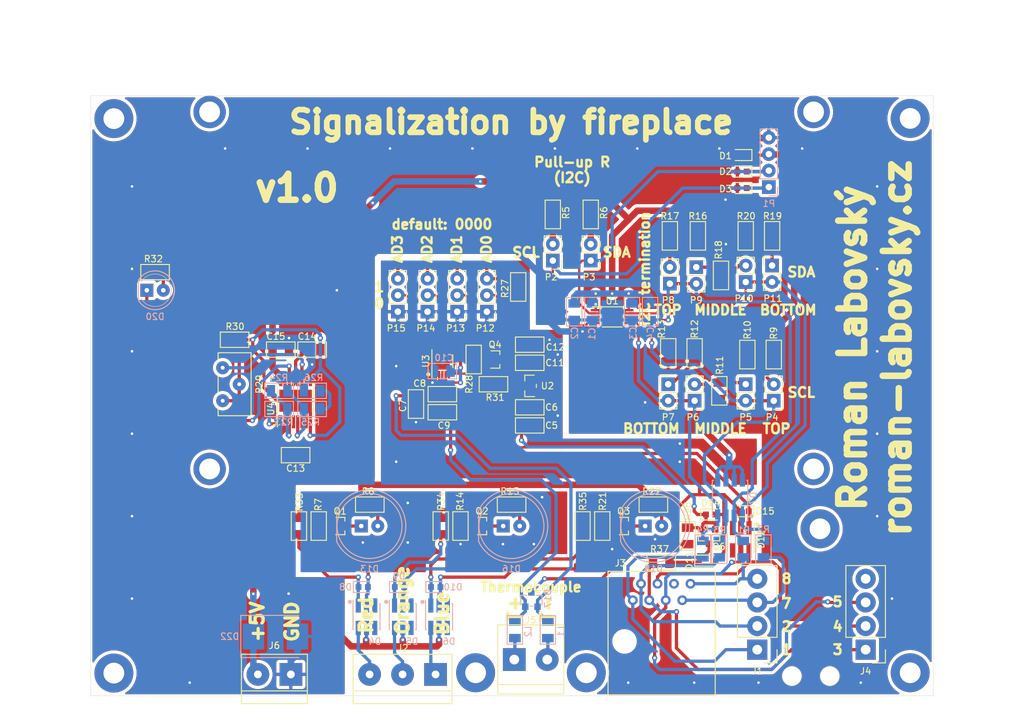
<source format=kicad_pcb>
(kicad_pcb (version 20221018) (generator pcbnew)
  (title_block (title "Signalization by fireplace") (date "2023-06-26") (rev "v2.0") (company "Roman Labovsky (roman-labovsky.cz)"))
  (layers (0 "F.Cu" signal) (31 "B.Cu" signal) (34 "B.Paste" user) (35 "F.Paste" user) (36 "B.SilkS" user "B.Silkscreen") (37 "F.SilkS" user "F.Silkscreen") (38 "B.Mask" user) (39 "F.Mask" user) (44 "Edge.Cuts" user))
  (net 0 "")
  (net 1 "GND")
  (net 2 "+5V")
  (net 3 "GND4")
  (net 4 "/1WIRE_5V_OUT")
  (net 5 "+3V3")
  (net 6 "Net-(U3-T-)")
  (net 7 "/SDA")
  (net 8 "/SCL")
  (net 9 "GND1")
  (net 10 "Net-(U3-T+)")
  (net 11 "/RED")
  (net 12 "Net-(D22-A1)")
  (net 13 "Net-(U4-dVdT)")
  (net 14 "GND2")
  (net 15 "Net-(U4-PowerPad)")
  (net 16 "/ORANGE")
  (net 19 "GND3")
  (net 20 "Net-(J2-Pin_3)")
  (net 21 "/BLUE")
  (net 24 "/DSDA_N")
  (net 25 "/DSDA_P")
  (net 26 "/DSCL_P")
  (net 27 "/DSCL_N")
  (net 28 "/1WIRE_GND")
  (net 29 "/1WIRE_5V")
  (net 30 "Net-(J2-Pin_2)")
  (net 31 "/1WIRE_DATA_OUT")
  (net 33 "/1WIRE_DATA")
  (net 35 "Net-(J2-Pin_1)")
  (net 36 "Net-(D11-A1)")
  (net 39 "Net-(D13-K)")
  (net 40 "Net-(D13-A)")
  (net 41 "/DSDA_P_CON")
  (net 42 "/DSDA_N_CON")
  (net 43 "/DSCL_P_CON")
  (net 44 "/DSCL_N_CON")
  (net 45 "Net-(D16-K)")
  (net 46 "Net-(D16-A)")
  (net 47 "Net-(J5-Pad1)")
  (net 48 "Net-(J5-Pad2)")
  (net 49 "Net-(P2-Pad2)")
  (net 50 "Net-(P3-Pad2)")
  (net 51 "Net-(P4-Pad2)")
  (net 52 "Net-(P5-Pad1)")
  (net 53 "Net-(P6-Pad2)")
  (net 54 "Net-(P7-Pad1)")
  (net 55 "Net-(P8-Pad2)")
  (net 56 "Net-(P9-Pad1)")
  (net 57 "Net-(P10-Pad2)")
  (net 58 "Net-(P11-Pad1)")
  (net 59 "Net-(P12-Pad3)")
  (net 60 "/AD0")
  (net 61 "/AD1")
  (net 62 "/AD2")
  (net 63 "/AD3")
  (net 64 "/DQ")
  (net 65 "Net-(R10-Pad1)")
  (net 66 "Net-(R12-Pad2)")
  (net 67 "Net-(R16-Pad2)")
  (net 68 "Net-(R19-Pad2)")
  (net 69 "Net-(R25-Pad2)")
  (net 70 "Net-(R29-Pad1)")
  (net 71 "Net-(D18-K)")
  (net 72 "Net-(D18-A)")
  (net 73 "Net-(D20-K)")
  (net 74 "Net-(D20-A)")
  (net 77 "Net-(Q1-G)")
  (net 78 "Net-(Q2-G)")
  (net 79 "Net-(Q3-G)")
  (net 80 "Net-(U4-UVLO)")
  (net 81 "Net-(U4-OVP)")
  (net 82 "Net-(U4-ILIM)")
  (footprint "capacitor_smd_rl:c_1206" (layer "F.Cu") (at 150.1775 99.949)
    (fp_text reference "C5")
    (fp_text value "1uF")
  )
  (footprint "capacitor_smd_rl:c_1206" (layer "F.Cu") (at 150.1775 97.155)
    (fp_text reference "C6")
    (fp_text value "100nF")
  )
  (footprint "capacitor_smd_rl:c_1206" (layer "F.Cu") (at 132.6515 96.647 90)
    (fp_text reference "C7")
    (fp_text value "NC")
  )
  (footprint "capacitor_smd_rl:c_1206" (layer "F.Cu") (at 136.7155 95.123)
    (fp_text reference "C8")
    (fp_text value "10nF")
  )
  (footprint "capacitor_smd_rl:c_1206" (layer "F.Cu") (at 136.7155 97.917 180)
    (fp_text reference "C9")
    (fp_text value "NC")
  )
  (footprint "capacitor_smd_rl:c_1206" (layer "F.Cu") (at 150.1775 90.297)
    (fp_text reference "C11")
    (fp_text value "100nF")
  )
  (footprint "capacitor_smd_rl:c_1206" (layer "F.Cu") (at 150.1775 87.503)
    (fp_text reference "C12")
    (fp_text value "1uF")
  )
  (footprint "capacitor_smd_rl:c_1206" (layer "F.Cu") (at 114.1095 104.521)
    (fp_text reference "C13")
    (fp_text value "1uF")
  )
  (footprint "capacitor_smd_rl:c_1206" (layer "F.Cu") (at 116.6495 88.265)
    (fp_text reference "C14")
    (fp_text value "1.2nF")
  )
  (footprint "capacitor_smd_rl:c_1206" (layer "F.Cu") (at 111.8235 88.265)
    (fp_text reference "C15")
    (fp_text value "1uF")
  )
  (footprint "terminal_block_tht_rl:EBBA-03-C-SS-BU" (layer "F.Cu") (at 130.5875 138.303 180)
    (fp_text reference "J2")
    (fp_text value "EBBA-03-C-SS-BU")
  )
  (footprint "terminal_block_tht_rl:DG390-5.0-02P-12-00A(H)" (layer "F.Cu") (at 150.3375 136.017)
    (fp_text reference "J5")
    (fp_text value "DG390-5.0")
  )
  (footprint "terminal_block_tht_rl:EBBA-02-C-SS-BU" (layer "F.Cu") (at 110.8375 138.303 180)
    (fp_text reference "J6")
    (fp_text value "EBBA-02-C-SS-BU")
  )
  (footprint "connector_tht_pinheader_2.54mm_rl:1x2_pinheader_2.54mm_vertical" (layer "F.Cu") (at 159.5755 74.549 180)
    (fp_text reference "P3")
    (fp_text value "DS1021-1-2SF11-B")
  )
  (footprint "connector_tht_pinheader_2.54mm_rl:1x2_pinheader_2.54mm_vertical" (layer "F.Cu") (at 187.7695 96.139 180)
    (fp_text reference "P4")
    (fp_text value "DS1021-1-2SF11-B")
  )
  (footprint "connector_tht_pinheader_2.54mm_rl:1x2_pinheader_2.54mm_vertical" (layer "F.Cu") (at 183.4515 93.599)
    (fp_text reference "P5")
    (fp_text value "DS1021-1-2SF11-B")
  )
  (footprint "connector_tht_pinheader_2.54mm_rl:1x2_pinheader_2.54mm_vertical" (layer "F.Cu") (at 175.5775 96.139 180)
    (fp_text reference "P6")
    (fp_text value "DS1021-1-2SF11-B")
  )
  (footprint "connector_tht_pinheader_2.54mm_rl:1x2_pinheader_2.54mm_vertical" (layer "F.Cu") (at 171.5135 93.599)
    (fp_text reference "P7")
    (fp_text value "DS1021-1-2SF11-B")
  )
  (footprint "connector_tht_pinheader_2.54mm_rl:1x2_pinheader_2.54mm_vertical" (layer "F.Cu") (at 171.7675 78.105 180)
    (fp_text reference "P8")
    (fp_text value "DS1021-1-2SF11-B")
  )
  (footprint "connector_tht_pinheader_2.54mm_rl:1x2_pinheader_2.54mm_vertical" (layer "F.Cu") (at 175.8315 75.565)
    (fp_text reference "P9")
    (fp_text value "DS1021-1-2SF11-B")
  )
  (footprint "connector_tht_pinheader_2.54mm_rl:1x2_pinheader_2.54mm_vertical" (layer "F.Cu") (at 183.4515 77.851 180)
    (fp_text reference "P10")
    (fp_text value "DS1021-1-2SF11-B")
  )
  (footprint "connector_tht_pinheader_2.54mm_rl:1x2_pinheader_2.54mm_vertical" (layer "F.Cu") (at 187.5155 75.311)
    (fp_text reference "P11")
    (fp_text value "DS1021-1-2SF11-B")
  )
  (footprint "connector_tht_pinheader_2.54mm_rl:1x3_pinheader_2.54mm_vertical" (layer "F.Cu") (at 143.5735 82.423 180)
    (fp_text reference "P12")
    (fp_text value "DS1021-1-3SF11-B")
  )
  (footprint "connector_tht_pinheader_2.54mm_rl:1x3_pinheader_2.54mm_vertical" (layer "F.Cu") (at 139.0015 82.423 180)
    (fp_text reference "P13")
    (fp_text value "DS1021-1-3SF11-B")
  )
  (footprint "connector_tht_pinheader_2.54mm_rl:1x3_pinheader_2.54mm_vertical" (layer "F.Cu") (at 134.4295 82.423 180)
    (fp_text reference "P14")
    (fp_text value "DS1021-1-3SF11-B")
  )
  (footprint "connector_tht_pinheader_2.54mm_rl:1x3_pinheader_2.54mm_vertical" (layer "F.Cu") (at 129.8575 82.423 180)
    (fp_text reference "P15")
    (fp_text value "DS1021-1-3SF11-B")
  )
  (footprint "package_sot_rl:sot_323" (layer "F.Cu") (at 120.9675 115.443)
    (fp_text reference "Q1")
    (fp_text value "BSS138P")
  )
  (footprint "package_sot_rl:sot_323" (layer "F.Cu") (at 142.8115 115.443)
    (fp_text reference "Q2")
    (fp_text value "BSS138P")
  )
  (footprint "package_sot_rl:sot_323" (layer "F.Cu") (at 164.6555 115.443)
    (fp_text reference "Q3")
    (fp_text value "BSS138P")
  )
  (footprint "package_sot_rl:sot_323" (layer "F.Cu") (at 144.8435 89.789)
    (fp_text reference "Q4")
    (fp_text value "BSS138P")
  )
  (footprint "resistor_smd_rl:r_1206" (layer "F.Cu") (at 159.5755 67.437 -90)
    (fp_text reference "R6")
    (fp_text value "4k7")
  )
  (footprint "resistor_smd_rl:r_1206" (layer "F.Cu") (at 117.6655 115.443 -90)
    (fp_text reference "R7")
    (fp_text value "10k")
  )
  (footprint "resistor_smd_rl:r_1206" (layer "F.Cu") (at 125.5395 112.141)
    (fp_text reference "R8")
    (fp_text value "130R")
  )
  (footprint "resistor_smd_rl:r_1206" (layer "F.Cu") (at 187.7695 89.027 -90)
    (fp_text reference "R9")
    (fp_text value "210R")
  )
  (footprint "resistor_smd_rl:r_1206" (layer "F.Cu") (at 183.7055 89.027 -90)
    (fp_text reference "R10")
    (fp_text value "390R")
  )
  (footprint "resistor_smd_rl:r_1206" (layer "F.Cu") (at 179.3875 94.615 -90)
    (fp_text reference "R11")
    (fp_text value "100R/120R")
  )
  (footprint "resistor_smd_rl:r_1206" (layer "F.Cu") (at 175.5775 88.773 90)
    (fp_text reference "R12")
    (fp_text value "390R")
  )
  (footprint "resistor_smd_rl:r_1206" (layer "F.Cu") (at 139.5095 115.443 -90)
    (fp_text reference "R14")
    (fp_text value "10k")
  )
  (footprint "resistor_smd_rl:r_1206" (layer "F.Cu") (at 147.3835 112.141)
    (fp_text reference "R15")
    (fp_text value "130R")
  )
  (footprint "resistor_smd_rl:r_1206" (layer "F.Cu") (at 176.0855 70.739 -90)
    (fp_text reference "R16")
    (fp_text value "210R")
  )
  (footprint "resistor_smd_rl:r_1206" (layer "F.Cu") (at 171.7675 70.739 -90)
    (fp_text reference "R17")
    (fp_text value "390R")
  )
  (footprint "resistor_smd_rl:r_1206" (layer "F.Cu") (at 179.6415 76.835 -90)
    (fp_text reference "R18")
    (fp_text value "100R/120R")
  )
  (footprint "resistor_smd_rl:r_1206" (layer "F.Cu") (at 187.5155 70.739 90)
    (fp_text reference "R19")
    (fp_text value "390R")
  )
  (footprint "resistor_smd_rl:r_1206" (layer "F.Cu") (at 183.4515 70.739 -90)
    (fp_text reference "R20")
    (fp_text value "210R")
  )
  (footprint "resistor_smd_rl:r_1206" (layer "F.Cu") (at 161.3535 115.443 -90)
    (fp_text reference "R21")
    (fp_text value "10k")
  )
  (footprint "resistor_smd_rl:r_1206" (layer "F.Cu") (at 169.2275 112.141)
    (fp_text reference "R22")
    (fp_text value "100R")
  )
  (footprint "resistor_smd_rl:r_1206" (layer "F.Cu") (at 148.3995 78.613 90)
    (fp_text reference "R27")
    (fp_text value "4k7")
  )
  (footprint "resistor_smd_rl:r_1206" (layer "F.Cu") (at 141.5415 89.789 -90)
    (fp_text reference "R28")
    (fp_text value "4k7")
  )
  (footprint "resistor_smd_rl:r_1206" (layer "F.Cu") (at 104.7115 86.741 180)
    (fp_text reference "R30")
    (fp_text value "5k36")
  )
  (footprint "resistor_smd_rl:r_1206" (layer "F.Cu") (at 144.5895 93.599 180)
    (fp_text reference "R31")
    (fp_text value "4k7")
  )
  (footprint "resistor_smd_rl:r_1206" (layer "F.Cu") (at 92.456 76.327)
    (fp_text reference "R32")
    (fp_text value "470R")
  )
  (footprint "package_tssop_rl:tssop_10" (layer "F.Cu") (at 162.8775 83.185)
    (fp_text reference "U1")
    (fp_text value "PCA9615")
  )
  (footprint "package_sot_rl:sot_23_3" (layer "F.Cu") (at 150.1775 93.853 180)
    (fp_text reference "U2")
    (fp_text value "AP2210N-3.3TRG1")
  )
  (footprint "package_tdfn_rl:tdfn_10_ep" (layer "F.Cu") (at 136.7155 90.043 90)
    (fp_text reference "U3")
    (fp_text value "MAX31850K")
  )
  (footprint "package_htssop_rl:htssop_16_6.6mm×5.1mm" (layer "F.Cu") (at 114.1095 96.139 90)
    (fp_text reference "U4")
    (fp_text value "TPS26600")
  )
  (footprint "resistor_smd_rl:r_1206" (layer "F.Cu") (at 171.5135 88.773 -90)
    (fp_text reference "R13")
    (fp_text value "210R")
  )
  (footprint "resistor_smd_rl:r_1206" (layer "F.Cu") (at 114.6175 115.443 -90)
    (fp_text reference "R33")
    (fp_text value "1k")
  )
  (footprint "resistor_smd_rl:r_1206" (layer "F.Cu") (at 136.4615 115.443 -90)
    (fp_text reference "R34")
    (fp_text value "1k")
  )
  (footprint "resistor_smd_rl:r_1206" (layer "F.Cu") (at 158.3055 115.443 -90)
    (fp_text reference "R35")
    (fp_text value "1k")
  )
  (footprint "connector_rj45_tht_rl:54601-908WPLF" (layer "F.Cu") (at 170.4975 133.223)
    (fp_text reference "J3")
    (fp_text value "54601-908WPLF")
  )
  (footprint "package_sod_rl:sod_523" (layer "F.Cu") (at 183.1975 113.157 180)
    (fp_text reference "D15")
    (fp_text value "UCLAMP0501H.TCT")
  )
  (footprint "package_tsoc_rl:tsoc_6" (layer "F.Cu") (at 182.6895 117.475 -90)
    (fp_text reference "D12")
    (fp_text value "DS9503_us")
  )
  (footprint "connector_tht_pinheader_2.54mm_rl:1x2_pinheader_2.54mm_vertical" (layer "F.Cu") (at 153.7335 74.549 180)
    (fp_text reference "P2")
    (fp_text value "DS1021-1-2SF11-B")
  )
  (footprint "resistor_smd_rl:r_1206" (layer "F.Cu") (at 153.7335 67.437 -90)
    (fp_text reference "R5")
    (fp_text value "4k7")
  )
  (footprint "connector_rl:1x4_idc_lsa_connector_general" (layer "F.Cu") (at 201.93 134.493 180)
    (fp_text reference "J4")
    (fp_text value "2x1x4_idc_lsa")
  )
  (footprint "connector_rl:1x4_idc_lsa_connector_general" (layer "F.Cu") (at 185.2295 134.493 180)
    (fp_text reference "J1")
    (fp_text value "2x1x4_idc_lsa")
  )
  (footprint "package_sod_rl:sod_323" (layer "F.Cu") (at 177.546 120.777)
    (fp_text reference "D11")
    (fp_text value "ESD3B5V0WS")
  )
  (footprint "package_sod_rl:sod_523" (layer "F.Cu") (at 178.054 113.665)
    (fp_text reference "D14")
    (fp_text value "UCLAMP0501H.TCT")
  )
  (footprint "package_sot_rl:sot_23" (layer "F.Cu") (at 177.8 116.967 -90)
    (fp_text reference "Q6")
    (fp_text value "YJL3415A")
  )
  (footprint "resistor_smd_rl:r_1206" (layer "F.Cu") (at 170.434 121.031)
    (fp_text reference "R37")
    (fp_text value "10R/0.5W")
  )
  (footprint "resistor_smd_rl:r_1206" (layer "F.Cu") (at 174.498 116.967 -90)
    (fp_text reference "R38")
    (fp_text value "100k")
  )
  (footprint "package_sod_rl:sod_523" (layer "F.Cu") (at 182.88 60.833 180)
    (fp_text reference "D2")
    (fp_text value "UCLAMP0501H.TCT")
  )
  (footprint "package_sod_rl:sod_523" (layer "F.Cu") (at 182.88 63.373 180)
    (fp_text reference "D3")
    (fp_text value "UCLAMP0501H.TCT")
  )
  (footprint "trimmer_tht_rl:T93YB" (layer "F.Cu") (at 104.7115 93.599 -90)
    (fp_text reference "R29")
    (fp_text value "200k")
  )
  (footprint "package_sod_rl:sod_523" (layer "F.Cu") (at 182.88 58.293 180)
    (fp_text reference "D1")
    (fp_text value "UCLAMP0501H.TCT")
  )
  (footprint "mounting_hole_pad_rl:mounting_hole_pad_3.2x6mm" (layer "F.Cu") (at 194.898 115.871)
    (fp_text reference "H11" hide)
    (fp_text value "mounting_hole_pad_3.2x6mm" hide)
  )
  (footprint "mounting_hole_pad_rl:mounting_hole_pad_3.2x6mm" (layer "F.Cu") (at 158.8975 138.049)
    (fp_text reference "H5" hide)
    (fp_text value "mounting_hole_pad_3.2x6mm" hide)
  )
  (footprint "mounting_hole_pad_rl:mounting_hole_pad_3.2x6mm" (layer "F.Cu") (at 86.106 138.102922)
    (fp_text reference "H3" hide)
    (fp_text value "mounting_hole_pad_3.2x6mm" hide)
  )
  (footprint "mounting_hole_pad_rl:mounting_hole_pad_3.2x6mm" (layer "F.Cu") (at 141.8375 138.049)
    (fp_text reference "H4" hide)
    (fp_text value "mounting_hole_pad_3.2x6mm" hide)
  )
  (footprint "mounting_hole_pad_rl:mounting_hole_pad_3.2x5mm" (layer "F.Cu") (at 193.9055 106.649)
    (fp_text reference "H10" hide)
    (fp_text value "mounting_hole_pad_3.2x5mm" hide)
  )
  (footprint "mounting_hole_pad_rl:mounting_hole_pad_3.2x5mm" (layer "F.Cu") (at 100.8615 106.649)
    (fp_text reference "H9" hide)
    (fp_text value "mounting_hole_pad_3.2x5mm" hide)
  )
  (footprint "mounting_hole_pad_rl:mounting_hole_pad_3.2x5mm" (layer "F.Cu") (at 193.9055 51.649)
    (fp_text reference "H8" hide)
    (fp_text value "mounting_hole_pad_3.2x5mm" hide)
  )
  (footprint "mounting_hole_pad_rl:mounting_hole_pad_3.2x6mm" (layer "F.Cu") (at 86.106 52.675428)
    (fp_text reference "H1" hide)
    (fp_text value "mounting_hole_pad_3.2x6mm" hide)
  )
  (footprint "mounting_hole_pad_rl:mounting_hole_pad_3.2x6mm" (layer "F.Cu") (at 208.788 52.642441)
    (fp_text reference "H2" hide)
    (fp_text value "mounting_hole_pad_3.2x6mm" hide)
  )
  (footprint "mounting_hole_pad_rl:mounting_hole_pad_3.2x6mm" (layer "F.Cu") (at 208.788 138.049)
    (fp_text reference "H6" hide)
    (fp_text value "mounting_hole_pad_3.2x6mm" hide)
  )
  (footprint "mounting_hole_pad_rl:mounting_hole_pad_3.2x5mm" (layer "F.Cu") (at 100.8615 51.649)
    (fp_text reference "H7" hide)
    (fp_text value "mounting_hole_pad_3.2x5mm" hide)
  )
  (footprint "capacitor_smd_rl:c_1206" (layer "B.Cu") (at 159.8295 82.423 -90)
    (fp_text reference "C1")
    (fp_text value "1uF")
  )
  (footprint "capacitor_smd_rl:c_1206" (layer "B.Cu") (at 157.0355 82.423 -90)
    (fp_text reference "C2")
    (fp_text value "100nF")
  )
  (footprint "capacitor_smd_rl:c_1206" (layer "B.Cu") (at 165.9255 82.423 -90)
    (fp_text reference "C3")
    (fp_text value "100nF")
  )
  (footprint "capacitor_smd_rl:c_1206" (layer "B.Cu") (at 168.7195 82.423 -90)
    (fp_text reference "C4")
    (fp_text value "1uF")
  )
  (footprint "capacitor_smd_rl:c_1206" (layer "B.Cu") (at 136.7155 91.567 180)
    (fp_text reference "C10")
    (fp_text value "100nF")
  )
  (footprint "package_tsoc_rl:tsoc_6" (layer "B.Cu") (at 125.0315 129.413 -90)
    (fp_text reference "D4")
    (fp_text value "DS9503_us")
  )
  (footprint "package_tsoc_rl:tsoc_6" (layer "B.Cu") (at 130.6195 129.413 -90)
    (fp_text reference "D5")
    (fp_text value "DS9503_us")
  )
  (footprint "package_sod_rl:sod_523" (layer "B.Cu") (at 124.5235 124.841)
    (fp_text reference "D8")
    (fp_text value "UCLAMP0501H.TCT")
  )
  (footprint "package_sod_rl:sod_523" (layer "B.Cu") (at 130.1115 124.841)
    (fp_text reference "D9")
    (fp_text value "UCLAMP0501H.TCT")
  )
  (footprint "led_tht_rl:led_d10mm_2.54mm" (layer "B.Cu") (at 125.4955 115.443)
    (fp_text reference "D13")
    (fp_text value "OSR5PAA6A1A")
  )
  (footprint "package_sot_rl:sot_23" (layer "B.Cu") (at 150.4315 126.873 90)
    (fp_text reference "D17")
    (fp_text value "ESD16VHYFHT116")
  )
  (footprint "led_tht_rl:led_d10mm_2.54mm" (layer "B.Cu") (at 169.2275 115.443)
    (fp_text reference "D18")
    (fp_text value "OSB5SAA6A1A")
  )
  (footprint "inductor_smd_rl:ferrite_bead_1206" (layer "B.Cu") (at 147.8915 131.445 90)
    (fp_text reference "L2")
    (fp_text value "BLM31KN471BH1L")
  )
  (footprint "connector_tht_pinsocket_2.54mm_rl:1x4_pinsocket_2.54mm_vertical_8.4mm" (layer "B.Cu") (at 187.0127 63.22874)
    (fp_text reference "P1")
    (fp_text value "DS1023-1-4S21")
  )
  (footprint "resistor_smd_rl:r_1206" (layer "B.Cu") (at 111.5695 97.409)
    (fp_text reference "R23")
    (fp_text value "100k")
  )
  (footprint "resistor_smd_rl:r_1206" (layer "B.Cu") (at 111.5695 94.615)
    (fp_text reference "R24")
    (fp_text value "3k16")
  )
  (footprint "resistor_smd_rl:r_1206" (layer "B.Cu") (at 116.6495 97.409)
    (fp_text reference "R25")
    (fp_text value "30k")
  )
  (footprint "led_tht_rl:led_d10mm_2.54mm" (layer "B.Cu") (at 147.3615 115.443)
    (fp_text reference "D16")
    (fp_text value "OSO5PAA6A1A")
  )
  (footprint "inductor_smd_rl:ferrite_bead_1206" (layer "B.Cu") (at 152.9715 131.445 90)
    (fp_text reference "L1")
    (fp_text value "BLM31KN471BH1L")
  )
  (footprint "package_soic_rl:soic_8_3.9mmx4.9mm" (layer "B.Cu") (at 181.0385 111.125 90)
    (fp_text reference "D7")
    (fp_text value "SMDA05CDR2G")
  )
  (footprint "resistor_smd_rl:r_1206" (layer "B.Cu") (at 176.8475 118.999 90)
    (fp_text reference "R4")
    (fp_text value "10R/0.5W")
  )
  (footprint "resistor_smd_rl:r_1206" (layer "B.Cu") (at 179.3875 118.999 90)
    (fp_text reference "R3")
    (fp_text value "10R/0.5W")
  )
  (footprint "resistor_smd_rl:r_1206" (layer "B.Cu") (at 186.182 118.999 90)
    (fp_text reference "R2")
    (fp_text value "10R/0.5W")
  )
  (footprint "resistor_smd_rl:r_1206" (layer "B.Cu") (at 183.0705 118.999 90)
    (fp_text reference "R1")
    (fp_text value "10R/0.5W")
  )
  (footprint "led_tht_rl:led_d5mm_2.54mm" (layer "B.Cu") (at 92.456 79.121)
    (fp_text reference "D20")
    (fp_text value "LL-503VC1E-4C")
  )
  (footprint "diode_smd_rl:smc" (layer "B.Cu") (at 110.998 132.461)
    (fp_text reference "D22")
    (fp_text value "SMCJ5.0CA-13-F")
  )
  (footprint "resistor_smd_rl:r_1206" (layer "B.Cu") (at 116.6495 94.615 180)
    (fp_text reference "R26")
    (fp_text value "200R")
  )
  (footprint "package_tsoc_rl:tsoc_6" (layer "B.Cu") (at 136.2075 129.413 -90)
    (fp_text reference "D6")
    (fp_text value "DS9503_us")
  )
  (footprint "package_sod_rl:sod_523" (layer "B.Cu") (at 135.6995 124.841)
    (fp_text reference "D10")
    (fp_text value "UCLAMP0501H.TCT")
  )
  (gr_circle (center 190.5635 138.557) (end 192.0635 138.557) (stroke (width 0.05)) (fill none) (layer "Edge.Cuts"))
  (gr_circle (center 196.4055 138.557) (end 197.9055 138.557) (stroke (width 0.05)) (fill none) (layer "Edge.Cuts"))
  (gr_line (start 212.344 49.149) (end 212.344 141.605) (stroke (width 0.05)) (layer "Edge.Cuts"))
  (gr_line (start 212.344 141.605) (end 82.55 141.605) (stroke (width 0.05)) (layer "Edge.Cuts"))
  (gr_line (start 82.55 141.605) (end 82.55 49.149) (stroke (width 0.05)) (layer "Edge.Cuts"))
  (gr_line (start 82.55 49.149) (end 212.344 49.149) (stroke (width 0.05)) (layer "Edge.Cuts"))
  (gr_text "Roman Labovský" (at 199.898 88.011 90) (layer "F.SilkS") (effects (font (size 4 4) (thickness 1))))
  (gr_text "v1.0" (at 114.3 63.373) (layer "F.SilkS") (effects (font (size 4 4) (thickness 1))))
  (gr_text "Orange" (at 130.556 126.873 90) (layer "F.SilkS") (effects (font (size 2 2) (thickness 0.5))))
  (gr_text "Red" (at 124.968 129.159 90) (layer "F.SilkS") (effects (font (size 2 2) (thickness 0.5))))
  (gr_text "+5V" (at 108.204 130.175 90) (layer "F.SilkS") (effects (font (size 2 2) (thickness 0.5))))
  (gr_text "GND" (at 113.538 130.175 90) (layer "F.SilkS") (effects (font (size 2 2) (thickness 0.5))))
  (gr_text "T-" (at 152.908 128.143 90) (layer "F.SilkS") (effects (font (size 2 2) (thickness 0.5))))
  (gr_text "AD1" (at 138.938 72.771 90) (layer "F.SilkS") (effects (font (size 1.5 1.5) (thickness 0.375))))
  (gr_text "AD2" (at 134.366 72.771 90) (layer "F.SilkS") (effects (font (size 1.5 1.5) (thickness 0.375))))
  (gr_text "AD3" (at 129.794 72.771 90) (layer "F.SilkS") (effects (font (size 1.5 1.5) (thickness 0.375))))
  (gr_text "TOP" (at 188.214 100.457) (layer "F.SilkS") (effects (font (size 1.5 1.5) (thickness 0.375))))
  (gr_text "BOTTOM" (at 168.91 100.457) (layer "F.SilkS") (effects (font (size 1.5 1.5) (thickness 0.375))))
  (gr_text "MIDDLE" (at 179.578 100.457) (layer "F.SilkS") (effects (font (size 1.5 1.5) (thickness 0.375))))
  (gr_text "MIDDLE" (at 179.578 82.169) (layer "F.SilkS") (effects (font (size 1.5 1.5) (thickness 0.375))))
  (gr_text "2" (at 189.738 130.937) (layer "F.SilkS") (effects (font (size 1.5 1.5) (thickness 0.375))))
  (gr_text "7" (at 189.738 127.381) (layer "F.SilkS") (effects (font (size 1.5 1.5) (thickness 0.375))))
  (gr_text "8" (at 189.738 123.571) (layer "F.SilkS") (effects (font (size 1.5 1.5) (thickness 0.375))))
  (gr_text "3" (at 197.612 134.493) (layer "F.SilkS") (effects (font (size 1.5 1.5) (thickness 0.375))))
  (gr_text "4" (at 197.612 130.937) (layer "F.SilkS") (effects (font (size 1.5 1.5) (thickness 0.375))))
  (gr_text "5" (at 197.612 127.127) (layer "F.SilkS") (effects (font (size 1.5 1.5) (thickness 0.375))))
  (gr_text "0" (at 127 81.153) (layer "F.SilkS") (effects (font (size 1.5 1.5) (thickness 0.375))))
  (gr_text "Blue" (at 136.652 128.905 90) (layer "F.SilkS") (effects (font (size 2 2) (thickness 0.5))))
  (gr_text "Pull-up R\n(I2C)" (at 156.718 60.579) (layer "F.SilkS") (effects (font (size 1.5 1.5) (thickness 0.375))))
  (gr_text "SDA" (at 163.576 73.279) (layer "F.SilkS") (effects (font (size 1.5 1.5) (thickness 0.375))))
  (gr_text "SDA" (at 192.024 76.327) (layer "F.SilkS") (effects (font (size 1.5 1.5) (thickness 0.375))))
  (gr_text "AD0" (at 143.51 72.771 90) (layer "F.SilkS") (effects (font (size 1.5 1.5) (thickness 0.375))))
  (gr_text "BOTTOM" (at 189.992 82.169) (layer "F.SilkS") (effects (font (size 1.5 1.5) (thickness 0.375))))
  (gr_text "SCL" (at 149.606 73.279) (layer "F.SilkS") (effects (font (size 1.5 1.5) (thickness 0.375))))
  (gr_text "T+" (at 147.828 128.143 90) (layer "F.SilkS") (effects (font (size 2 2) (thickness 0.5))))
  (gr_text "Signalization by fireplace" (at 147.32 53.213) (layer "F.SilkS") (effects (font (size 3.5 3.5) (thickness 0.875))))
  (gr_text "1" (at 189.738 134.493) (layer "F.SilkS") (effects (font (size 1.5 1.5) (thickness 0.375))))
  (gr_text "roman-labovsky.cz" (at 206.756 88.011 90) (layer "F.SilkS") (effects (font (size 4 4) (thickness 1))))
  (gr_text "default: 0000" (at 136.652 68.961) (layer "F.SilkS") (effects (font (size 1.5 1.5) (thickness 0.375))))
  (gr_text "TOP" (at 171.45 82.169) (layer "F.SilkS") (effects (font (size 1.5 1.5) (thickness 0.375))))
  (gr_text "SCL" (at 192.024 94.869) (layer "F.SilkS") (effects (font (size 1.5 1.5) (thickness 0.375))))
  (gr_text "I2C termination" (at 167.894 75.819 90) (layer "F.SilkS") (effects (font (size 1.5 1.5) (thickness 0.375))))
  (gr_text "Thermocouple" (at 150.368 124.841) (layer "F.SilkS") (effects (font (size 1.5 1.5) (thickness 0.375))))
  (gr_text "1" (at 127 78.613) (layer "F.SilkS") (effects (font (size 1.5 1.5) (thickness 0.375))))
  (segment (start 115.3795 107.2515) (end 110.998 111.633) (width 1) (layer "F.Cu") (net 1))
  (segment (start 117.602 104.521) (end 119.888 102.235) (width 1) (layer "F.Cu") (net 1))
  (segment (start 110.998 122.047) (end 110.998 112.141) (width 1) (layer "F.Cu") (net 1))
  (segment (start 113.03 125.857) (end 113.03 124.079) (width 1) (layer "F.Cu") (net 1))
  (segment (start 136.2075 133.6675) (end 135.89 133.985) (width 1) (layer "F.Cu") (net 1))
  (segment (start 116.684501 91.919501) (end 116.684501 92.173501) (width 1) (layer "F.Cu") (net 1))
  (segment (start 115.3795 104.521) (end 117.602 104.521) (width 1) (layer "F.Cu") (net 1))
  (segment (start 180.34 61.341) (end 180.34 61.849) (width 0.5) (layer "F.Cu") (net 1))
  (segment (start 116.684501 91.919501) (end 116.684501 91.531001) (width 1) (layer "F.Cu") (net 1))
  (segment (start 130.6195 132.969) (end 130.6195 133.7945) (width 1) (layer "F.Cu") (net 1))
  (segment (start 158.3055 85.471) (end 158.3055 84.963) (width 0.35) (layer "F.Cu") (net 1))
  (segment (start 180.34 59.055) (end 180.34 59.817) (width 1) (layer "F.Cu") (net 1))
  (segment (start 181.448 55.661) (end 180.34 56.769) (width 1) (layer "F.Cu") (net 1))
  (segment (start 167.9575 91.821) (end 169.7355 90.043) (width 1) (layer "F.Cu") (net 1))
  (segment (start 180.34 58.801) (end 180.594 58.801) (width 0.5) (layer "F.Cu") (net 1))
  (segment (start 187.0255 55.661) (end 181.448 55.661) (width 1) (layer "F.Cu") (net 1))
  (segment (start 124.968 133.731) (end 125.222 133.985) (width 1) (layer "F.Cu") (net 1))
  (segment (start 122.682 133.985) (end 121.666 132.969) (width 1) (layer "F.Cu") (net 1))
  (segment (start 180.34 58.801) (end 180.34 59.055) (width 1) (layer "F.Cu") (net 1))
  (segment (start 130.81 133.985) (end 125.222 133.985) (width 1) (layer "F.Cu") (net 1))
  (segment (start 119.888 94.869) (end 117.908 92.889) (width 1) (layer "F.Cu") (net 1))
  (segment (start 111.76 122.809) (end 110.998 122.047) (width 1) (layer "F.Cu") (net 1))
  (segment (start 180.34 61.849) (end 180.34 63.373) (width 1) (layer "F.Cu") (net 1))
  (segment (start 180.9115 104.521) (end 176.8475 100.457) (width 1) (layer "F.Cu") (net 1))
  (segment (start 116.3845 90.562) (end 116.6495 90.551) (width 0.4) (layer "F.Cu") (net 1))
  (segment (start 169.7355 90.043) (end 171.5135 90.043) (width 1) (layer "F.Cu") (net 1))
  (segment (start 180.34 56.769) (end 180.34 58.801) (width 1) (layer "F.Cu") (net 1))
  (segment (start 117.908 92.889) (end 116.684501 92.889) (width 1) (layer "F.Cu") (net 1))
  (segment (start 115.3795 104.521) (end 115.3795 107.2515) (width 1) (layer "F.Cu") (net 1))
  (segment (start 124.968 132.969) (end 124.968 133.731) (width 1) (layer "F.Cu") (net 1))
  (segment (start 182.2555 58.293) (end 180.594 58.293) (width 0.5) (layer "F.Cu") (net 1))
  (segment (start 125.222 133.985) (end 122.682 133.985) (width 1) (layer "F.Cu") (net 1))
  (segment (start 117.094 125.857) (end 119.38 128.143) (width 1) (layer "F.Cu") (net 1))
  (segment (start 182.2185 60.833) (end 180.34 60.833) (width 0.5) (layer "F.Cu") (net 1))
  (segment (start 136.2075 132.969) (end 136.2075 133.6675) (width 1) (layer "F.Cu") (net 1))
  (segment (start 158.3055 84.963) (end 159.0835 84.185) (width 0.35) (layer "F.Cu") (net 1))
  (segment (start 159.0835 84.185) (end 160.3375 84.185) (width 0.35) (layer "F.Cu") (net 1))
  (segment (start 119.888 102.235) (end 119.888 94.869) (width 1) (layer "F.Cu") (net 1))
  (segment (start 130.6195 133.7945) (end 130.81 133.985) (width 1) (layer "F.Cu") (net 1))
  (segment (start 180.34 59.309) (end 180.34 59.817) (width 0.5) (layer "F.Cu") (net 1))
  (segment (start 113.03 124.079) (end 111.76 122.809) (width 1) (layer "F.Cu") (net 1))
  (segment (start 117.908 92.889) (end 117.654 92.889) (width 1) (layer "F.Cu") (net 1))
  (segment (start 110.998 111.633) (end 110.998 112.141) (width 1) (layer "F.Cu") (net 1))
  (segment (start 180.34 65.151) (end 180.34 63.881) (width 1) (layer "F.Cu") (net 1))
  (segment (start 167.9575 98.679) (end 167.9575 96.393) (width 1) (layer "F.Cu") (net 1))
  (segment (start 116.3955 92.878) (end 116.3845 92.889) (width 0.35) (layer "F.Cu") (net 1))
  (segment (start 113.0935 86.487) (end 120.4595 79.121) (width 1) (layer "F.Cu") (net 1))
  (segment (start 116.3955 91.785001) (end 116.3955 92.878) (width 0.5) (layer "F.Cu") (net 1))
  (segment (start 180.848 56.261) (end 180.34 56.769) (width 1) (layer "F.Cu") (net 1))
  (segment (start 169.7355 100.457) (end 167.9575 98.679) (width 1) (layer "F.Cu") (net 1))
  (segment (start 116.6495 91.531001) (end 116.3955 91.785001) (width 0.5) (layer "F.Cu") (net 1))
  (segment (start 119.38 128.143) (end 119.38 130.683) (width 1) (layer "F.Cu") (net 1))
  (segment (start 116.6495 90.551) (end 116.6495 91.531001) (width 1) (layer "F.Cu") (net 1))
  (segment (start 135.89 133.985) (end 130.81 133.985) (width 1) (layer "F.Cu") (net 1))
  (segment (start 183.4515 72.009) (end 180.4035 72.009) (width 1) (layer "F.Cu") (net 1))
  (segment (start 113.03 125.857) (end 117.094 125.857) (width 1) (layer "F.Cu") (net 1))
  (segment (start 167.9575 96.393) (end 167.9575 91.821) (width 1) (layer "F.Cu") (net 1))
  (segment (start 182.2185 63.373) (end 180.848 63.373) (width 0.5) (layer "F.Cu") (net 1))
  (segment (start 119.38 130.683) (end 121.666 132.969) (width 1) (layer "F.Cu") (net 1))
  (segment (start 113.0935 86.487) (end 113.0935 88.265) (width 0.5) (layer "F.Cu") (net 1))
  (segment (start 181.4565 60.833) (end 182.2185 60.833) (width 0.5) (layer "F.Cu") (net 1))
  (segment (start 180.34 63.373) (end 180.34 63.881) (width 1) (layer "F.Cu") (net 1))
  (segment (start 176.8475 100.457) (end 169.7355 100.457) (width 1) (layer "F.Cu") (net 1))
  (segment (start 180.34 59.817) (end 180.34 61.849) (width 1) (layer "F.Cu") (net 1))
  (via (at 203.708 101.219) (size 0.8) (drill 0.4) (layers "F.Cu" "B.Cu") (net 1))
  (via (at 154.051 57.277) (size 0.8) (drill 0.4) (layers "F.Cu" "B.Cu") (net 1))
  (via (at 185.42 139.573) (size 0.8) (drill 0.4) (layers "F.Cu" "B.Cu") (net 1))
  (via (at 158.3055 85.471) (size 0.8) (drill 0.4) (layers "F.Cu" "B.Cu") (net 1))
  (via (at 179.3875 57.277) (size 0.8) (drill 0.4) (layers "F.Cu" "B.Cu") (net 1))
  (via (at 180.4035 72.009) (size 0.8) (drill 0.4) (layers "F.Cu" "B.Cu") (net 1))
  (via (at 124.968 132.969) (size 0.8) (drill 0.4) (layers "F.Cu" "B.Cu") (net 1))
  (via (at 203.708 88.519) (size 0.8) (drill 0.4) (layers "F.Cu" "B.Cu") (net 1))
  (via (at 205.994 126.619) (size 0.8) (drill 0.4) (layers "F.Cu" "B.Cu") (net 1))
  (via (at 113.03 125.857) (size 0.8) (drill 0.4) (layers "F.Cu" "B.Cu") (net 1))
  (via (at 128.651 57.277) (size 0.8) (drill 0.4) (layers "F.Cu" "B.Cu") (net 1))
  (via (at 141.351 57.277) (size 0.8) (drill 0.4) (layers "F.Cu" "B.Cu") (net 1))
  (via (at 130.6195 132.969) (size 0.8) (drill 0.4) (layers "F.Cu" "B.Cu") (net 1))
  (via (at 88.9 113.919) (size 0.8) (drill 0.4) (layers "F.Cu" "B.Cu") (net 1))
  (via (at 88.9 126.619) (size 0.8) (drill 0.4) (layers "F.Cu" "B.Cu") (net 1))
  (via (at 88.9 63.119) (size 0.8) (drill 0.4) (layers "F.Cu" "B.Cu") (net 1))
  (via (at 203.708 63.119) (size 0.8) (drill 0.4) (layers "F.Cu" "B.Cu") (net 1))
  (via (at 180.34 65.151) (size 0.8) (drill 0.4) (layers "F.Cu" "B.Cu") (net 1))
  (via (at 166.751 57.277) (size 0.8) (drill 0.4) (layers "F.Cu" "B.Cu") (net 1))
  (via (at 88.9 75.819) (size 0.8) (drill 0.4) (layers "F.Cu" "B.Cu") (net 1))
  (via (at 116.6495 90.551) (size 0.8) (drill 0.4) (layers "F.Cu" "B.Cu") (net 1))
  (via (at 201.168 139.573) (size 0.8) (drill 0.4) (layers "F.Cu" "B.Cu") (net 1))
  (via (at 175.514 139.573) (size 0.8) (drill 0.4) (layers "F.Cu" "B.Cu") (net 1))
  (via (at 88.9 101.219) (size 0.8) (drill 0.4) (layers "F.Cu" "B.Cu") (net 1))
  (via (at 167.9575 96.393) (size 0.8) (drill 0.4) (layers "F.Cu" "B.Cu") (net 1))
  (via (at 113.0935 86.487) (size 0.8) (drill 0.4) (layers "F.Cu" "B.Cu") (net 1))
  (via (at 88.9 88.519) (size 0.8) (drill 0.4) (layers "F.Cu" "B.Cu") (net 1))
  (via (at 203.708 113.919) (size 0.8) (drill 0.4) (layers "F.Cu" "B.Cu") (net 1))
  (via (at 165.354 139.573) (size 0.8) (drill 0.4) (layers "F.Cu" "B.Cu") (net 1))
  (via (at 203.708 75.819) (size 0.8) (drill 0.4) (layers "F.Cu" "B.Cu") (net 1))
  (via (at 136.2075 132.969) (size 0.8) (drill 0.4) (layers "F.Cu" "B.Cu") (net 1))
  (via (at 120.4595 79.121) (size 0.8) (drill 0.4) (layers "F.Cu" "B.Cu") (net 1))
  (via (at 192.151 57.277) (size 0.8) (drill 0.4) (layers "F.Cu" "B.Cu") (net 1))
  (via (at 97.79 139.573) (size 0.8) (drill 0.4) (layers "F.Cu" "B.Cu") (net 1))
  (via (at 115.951 57.277) (size 0.8) (drill 0.4) (layers "F.Cu" "B.Cu") (net 1))
  (via (at 103.251 57.277) (size 0.8) (drill 0.4) (layers "F.Cu" "B.Cu") (net 1))
  (via (at 180.9115 104.521) (size 0.8) (drill 0.4) (layers "F.Cu" "B.Cu") (net 1))
  (segment (start 136.2075 131.1402) (end 136.2075 132.969) (width 0.5) (layer "B.Cu") (net 1))
  (segment (start 152.9715 79.0575) (end 152.9715 77.851) (width 1) (layer "B.Cu") (net 1))
  (segment (start 180.1495 106.299) (end 180.4035 106.299) (width 0.5) (layer "B.Cu") (net 1))
  (segment (start 127.3175 72.263) (end 145.6055 72.263) (width 1) (layer "B.Cu") (net 1))
  (segment (start 154.7495 85.471) (end 152.9715 83.693) (width 1) (layer "B.Cu") (net 1))
  (segment (start 162.8775 94.361) (end 164.9095 96.393) (width 1) (layer "B.Cu") (net 1))
  (segment (start 162.8775 94.361) (end 162.8775 85.5345) (width 1) (layer "B.Cu") (net 1))
  (segment (start 181.6735 106.553) (end 181.6735 108.365) (width 0.5) (layer "B.Cu") (net 1))
  (segment (start 114.398 135.157) (end 113.3775 136.1775) (width 1) (layer "B.Cu") (net 1))
  (segment (start 166.116 85.471) (end 168.148 85.471) (width 1) (layer "B.Cu") (net 1))
  (segment (start 120.4595 79.121) (end 127.3175 72.263) (width 1) (layer "B.Cu") (net 1))
  (segment (start 147.3835 72.263) (end 145.6055 72.263) (width 1) (layer "B.Cu") (net 1))
  (segment (start 160.02 85.471) (end 166.116 85.471) (width 1) (layer "B.Cu") (net 1))
  (segment (start 114.398 132.461) (end 114.398 135.157) (width 1) (layer "B.Cu") (net 1))
  (segment (start 179.6995 106.299) (end 180.1495 106.299) (width 0.5) (layer "B.Cu") (net 1))
  (segment (start 116.6495 90.551) (end 116.6495 87.503) (width 1) (layer "B.Cu") (net 1))
  (segment (start 168.656 77.089) (end 168.656 72.771) (width 1) (layer "B.Cu") (net 1))
  (segment (start 159.8295 85.2805) (end 160.02 85.471) (width 1) (layer "B.Cu") (net 1))
  (segment (start 168.148 85.471) (end 168.7195 84.8995) (width 1) (layer "B.Cu") (net 1))
  (segment (start 181.6735 106.299) (end 182.4355 106.299) (width 0.5) (layer "B.Cu") (net 1))
  (segment (start 130.6195 131.1402) (end 130.6195 132.969) (width 0.5) (layer "B.Cu") (net 1))
  (segment (start 152.9715 83.693) (end 152.9715 79.0575) (width 1) (layer "B.Cu") (net 1))
  (segment (start 116.3955 87.249) (end 116.1415 86.995) (width 1) (layer "B.Cu") (net 1))
  (segment (start 179.1335 106.865) (end 179.6995 106.299) (width 0.5) (layer "B.Cu") (net 1))
  (segment (start 157.0355 83.693) (end 157.0355 85.1535) (width 1) (layer "B.Cu") (net 1))
  (segment (start 180.34 71.9455) (end 180.4035 72.009) (width 0.5) (layer "B.Cu") (net 1))
  (segment (start 113.3775 136.1775) (end 113.3775 138.303) (width 1) (layer "B.Cu") (net 1))
  (segment (start 125.0315 131.1402) (end 125.0315 132.9055) (width 0.5) (layer "B.Cu") (net 1))
  (segment (start 168.656 72.771) (end 169.418 72.009) (width 1) (layer "B.Cu") (net 1))
  (segment (start 152.9715 77.851) (end 167.894 77.851) (width 1) (layer "B.Cu") (net 1))
  (segment (start 180.9115 106.299) (end 181.1655 106.299) (width 0.5) (layer "B.Cu") (net 1))
  (segment (start 113.03 128.397) (end 114.398 129.765) (width 1) (layer "B.Cu") (net 1))
  (segment (start 180.9115 106.299) (end 180.9115 104.521) (width 1) (layer "B.Cu") (net 1))
  (segment (start 182.9435 106.807) (end 182.9435 108.365) (width 0.5) (layer "B.Cu") (net 1))
  (segment (start 114.144 137.5365) (end 113.3775 138.303) (width 0.5) (layer "B.Cu") (net 1))
  (segment (start 180.34 65.151) (end 180.34 71.9455) (width 1) (layer "B.Cu") (net 1))
  (segment (start 125.0315 132.9055) (end 124.968 132.969) (width 0.5) (layer "B.Cu") (net 1))
  (segment (start 165.9255 83.693) (end 165.9255 85.2805) (width 1) (layer "B.Cu") (net 1))
  (segment (start 180.4035 106.553) (end 180.4035 106.299) (width 0.5) (layer "B.Cu") (net 1))
  (segment (start 181.4195 106.299) (end 181.6735 106.299) (width 0.5) (layer "B.Cu") (net 1))
  (segment (start 113.3775 138.303) (end 113.3775 137.1935) (width 0.5) (layer "B.Cu") (net 1))
  (segment (start 181.6735 106.553) (end 181.6735 106.299) (width 0.5) (layer "B.Cu") (net 1))
  (segment (start 179.1335 108.365) (end 179.1335 106.865) (width 0.5) (layer "B.Cu") (net 1))
  (segment (start 157.0355 85.1535) (end 156.718 85.471) (width 1) (layer "B.Cu") (net 1))
  (segment (start 168.7195 84.8995) (end 168.7195 83.693) (width 1) (layer "B.Cu") (net 1))
  (segment (start 167.894 77.851) (end 168.656 77.089) (width 1) (layer "B.Cu") (net 1))
  (segment (start 165.9255 85.2805) (end 166.116 85.471) (width 1) (layer "B.Cu") (net 1))
  (segment (start 116.6495 87.503) (end 116.1415 86.995) (width 1) (layer "B.Cu") (net 1))
  (segment (start 155.194 77.851) (end 167.386 77.851) (width 0.5) (layer "B.Cu") (net 1))
  (segment (start 116.1415 86.995) (end 115.6335 86.487) (width 1) (layer "B.Cu") (net 1))
  (segment (start 156.718 85.471) (end 154.7495 85.471) (width 1) (layer "B.Cu") (net 1))
  (segment (start 169.418 72.009) (end 180.4035 72.009) (width 1) (layer "B.Cu") (net 1))
  (segment (start 181.1655 106.299) (end 181.4195 106.299) (width 0.5) (layer "B.Cu") (net 1))
  (segment (start 182.4355 106.299) (end 182.9435 106.807) (width 0.5) (layer "B.Cu") (net 1))
  (segment (start 159.8295 83.693) (end 159.8295 85.2805) (width 1) (layer "B.Cu") (net 1))
  (segment (start 158.3055 85.471) (end 160.02 85.471) (width 1) (layer "B.Cu") (net 1))
  (segment (start 180.4035 106.299) (end 180.9115 106.299) (width 0.5) (layer "B.Cu") (net 1))
  (segment (start 115.6335 86.487) (end 113.0935 86.487) (width 1) (layer "B.Cu") (net 1))
  (segment (start 114.398 129.765) (end 114.398 132.461) (width 1) (layer "B.Cu") (net 1))
  (segment (start 113.03 125.857) (end 113.03 128.397) (width 1) (layer "B.Cu") (net 1))
  (segment (start 180.4035 106.553) (end 180.4035 108.365) (width 0.5) (layer "B.Cu") (net 1))
  (segment (start 152.2095 77.089) (end 152.9715 77.851) (width 1) (layer "B.Cu") (net 1))
  (segment (start 164.9095 96.393) (end 167.9575 96.393) (width 1) (layer "B.Cu") (net 1))
  (segment (start 152.2095 77.089) (end 147.3835 72.263) (width 1) (layer "B.Cu") (net 1))
  (segment (start 158.3055 85.471) (end 156.718 85.471) (width 1) (layer "B.Cu") (net 1))
  (segment (start 166.9415 109.093) (end 146.1135 109.093) (width 1) (layer "F.Cu") (net 2))
  (segment (start 165.4175 68.199) (end 159.5755 62.357) (width 1) (layer "F.Cu") (net 2))
  (segment (start 186.86844 58.293) (end 187.0127 58.14874) (width 0.5) (layer "F.Cu") (net 2))
  (segment (start 156.5275 64.389) (end 159.0675 64.389) (width 1) (layer "F.Cu") (net 2))
  (segment (start 153.7335 66.167) (end 153.7335 64.897) (width 1) (layer "F.Cu") (net 2))
  (segment (start 159.5755 66.167) (end 159.5755 64.897) (width 1) (layer "F.Cu") (net 2))
  (segment (start 176.0855 66.9925) (end 175.9585 66.8655) (width 0.5) (layer "F.Cu") (net 2))
  (segment (start 124.2695 109.093) (end 124.2695 108.585) (width 0.5) (layer "F.Cu") (net 2))
  (segment (start 167.9575 111.241) (end 167.9575 110.109) (width 1) (layer "F.Cu") (net 2))
  (segment (start 190.91275 59.46775) (end 190.91275 82.07375) (width 1) (layer "F.Cu") (net 2))
  (segment (start 175.9585 66.8655) (end 166.751 66.8655) (width 1) (layer "F.Cu") (net 2))
  (segment (start 183.605 58.293) (end 186.9335 58.293) (width 0.5) (layer "F.Cu") (net 2))
  (segment (start 92.964 74.041) (end 98.298 74.041) (width 0.5) (layer "F.Cu") (net 2))
  (segment (start 91.186 76.327) (end 91.186 74.803) (width 0.5) (layer "F.Cu") (net 2))
  (segment (start 111.8345 92.34) (end 110.5535 91.059) (width 1) (layer "F.Cu") (net 2))
  (segment (start 125.5395 109.093) (end 129.3495 109.093) (width 1) (layer "F.Cu") (net 2))
  (segment (start 162.8775 79.629) (end 162.8775 70.739) (width 1) (layer "F.Cu") (net 2))
  (segment (start 167.9575 110.109) (end 166.9415 109.093) (width 1) (layer "F.Cu") (net 2))
  (segment (start 166.751 66.8655) (end 166.1795 67.437) (width 1) (layer "F.Cu") (net 2))
  (segment (start 186.9335 58.293) (end 187.0255 58.201) (width 0.5) (layer "F.Cu") (net 2))
  (segment (start 146.1135 112.141) (end 146.1135 109.093) (width 1) (layer "F.Cu") (net 2))
  (segment (start 110.5535 85.725) (end 110.5535 81.0895) (width 1) (layer "F.Cu") (net 2))
  (segment (start 124.2695 109.347) (end 124.2695 109.093) (width 0.5) (layer "F.Cu") (net 2))
  (segment (start 189.646 58.201) (end 190.91275 59.46775) (width 1) (layer "F.Cu") (net 2))
  (segment (start 165.4175 82.185) (end 165.4175 79.629) (width 0.35) (layer "F.Cu") (net 2))
  (segment (start 162.8775 70.739) (end 165.4175 68.199) (width 1) (layer "F.Cu") (net 2))
  (segment (start 154.2415 64.389) (end 153.7335 64.897) (width 1) (layer "F.Cu") (net 2))
  (segment (start 124.2695 108.585) (end 124.2695 109.347) (width 1) (layer "F.Cu") (net 2))
  (segment (start 110.5535 91.059) (end 112.17275 92.67825) (width 0.5) (layer "F.Cu") (net 2))
  (segment (start 112.17275 92.67825) (end 112.3835 92.889) (width 0.5) (layer "F.Cu") (net 2))
  (segment (start 124.2695 78.867) (end 124.2695 108.585) (width 1) (layer "F.Cu") (net 2))
  (segment (start 91.948 74.041) (end 92.964 74.041) (width 0.5) (layer "F.Cu") (net 2))
  (segment (start 176.0855 68.0085) (end 176.0855 67.437) (width 0.5) (layer "F.Cu") (net 2))
  (segment (start 156.5275 64.389) (end 154.2415 64.389) (width 1) (layer "F.Cu") (net 2))
  (segment (start 110.5535 81.0895) (end 118.491 73.152) (width 1) (layer "F.Cu") (net 2))
  (segment (start 176.0855 69.469) (end 176.0855 68.819) (width 1) (layer "F.Cu") (net 2))
  (segment (start 159.0675 64.389) (end 159.5755 64.897) (width 1) (layer "F.Cu") (net 2))
  (segment (start 118.491 73.152) (end 118.5545 73.152) (width 1) (layer "F.Cu") (net 2))
  (segment (start 124.5235 109.093) (end 124.2695 109.093) (width 0.5) (layer "F.Cu") (net 2))
  (segment (start 176.0855 69.469) (end 176.0855 68.0085) (width 1) (layer "F.Cu") (net 2))
  (segment (start 146.1135 109.093) (end 129.3495 109.093) (width 1) (layer "F.Cu") (net 2))
  (segment (start 143.3195 62.357) (end 142.5575 62.357) (width 1) (layer "F.Cu") (net 2))
  (segment (start 98.298 74.041) (end 103.505 74.041) (width 0.5) (layer "F.Cu") (net 2))
  (segment (start 118.5545 73.152) (end 120.9675 75.565) (width 1) (layer "F.Cu") (net 2))
  (segment (start 103.505 74.041) (end 110.5535 81.0895) (width 0.5) (layer "F.Cu") (net 2))
  (segment (start 175.9585 66.8655) (end 190.91275 66.83375) (width 1) (layer "F.Cu") (net 2))
  (segment (start 110.5535 90.9955) (end 110.5535 91.059) (width 0.5) (layer "F.Cu") (net 2))
  (segment (start 166.1795 67.437) (end 165.4175 68.199) (width 1) (layer "F.Cu") (net 2))
  (segment (start 160.3375 82.185) (end 160.3375 79.629) (width 0.35) (layer "F.Cu") (net 2))
  (segment (start 176.0855 68.819) (end 176.0855 68.0085) (width 0.5) (layer "F.Cu") (net 2))
  (segment (start 110.5535 88.265) (end 110.5535 90.9955) (width 1) (layer "F.Cu") (net 2))
  (segment (start 187.0255 58.201) (end 189.646 58.201) (width 1) (layer "F.Cu") (net 2))
  (segment (start 176.0855 68.0085) (end 176.0855 66.9925) (width 1) (layer "F.Cu") (net 2))
  (segment (start 118.491 73.152) (end 125.984 65.659) (width 1) (layer "F.Cu") (net 2))
  (segment (start 187.7695 87.757) (end 187.7695 85.217) (width 1) (layer "F.Cu") (net 2))
  (segment (start 156.5275 62.357) (end 143.3195 62.357) (width 1) (layer "F.Cu") (net 2))
  (segment (start 156.5275 62.357) (end 156.5275 64.389) (width 1) (layer "F.Cu") (net 2))
  (segment (start 112.17275 92.99575) (end 112.18449 93.00749) (width 1) (layer "F.Cu") (net 2))
  (segment (start 167.9575 112.141) (end 167.9575 111.241) (width 0.5) (layer "F.Cu") (net 2))
  (segment (start 159.5755 62.357) (end 156.5275 62.357) (width 1) (layer "F.Cu") (net 2))
  (segment (start 91.186 74.803) (end 91.948 74.041) (width 0.5) (layer "F.Cu") (net 2))
  (segment (start 124.2695 112.141) (end 124.2695 109.347) (width 1) (layer "F.Cu") (net 2))
  (segment (start 112.3835 92.889) (end 112.4845 92.889) (width 0.4) (layer "F.Cu") (net 2))
  (segment (start 124.2695 108.585) (end 124.2695 108.839) (width 1) (layer "F.Cu") (net 2))
  (segment (start 110.5535 88.265) (end 110.5535 85.725) (width 1) (layer "F.Cu") (net 2))
  (segment (start 187.7695 85.217) (end 190.91275 82.07375) (width 1) (layer "F.Cu") (net 2))
  (segment (start 124.5235 109.093) (end 125.5395 109.093) (width 1) (layer "F.Cu") (net 2))
  (segment (start 112.17275 92.67825) (end 112.17275 92.99575) (width 1) (layer "F.Cu") (net 2))
  (segment (start 120.9675 75.565) (end 124.2695 78.867) (width 1) (layer "F.Cu") (net 2))
  (segment (start 183.605 58.293) (end 186.86844 58.293) (width 0.5) (layer "F.Cu") (net 2))
  (via (at 165.4175 79.629) (size 0.8) (drill 0.4) (layers "F.Cu" "B.Cu") (net 2))
  (via (at 162.8775 79.629) (size 0.8) (drill 0.4) (layers "F.Cu" "B.Cu") (net 2))
  (via (at 142.5575 62.357) (size 0.8) (drill 0.4) (layers "F.Cu" "B.Cu") (net 2))
  (via (at 160.3375 79.629) (size 0.8) (drill 0.4) (layers "F.Cu" "B.Cu") (net 2))
  (via (at 125.984 65.659) (size 0.8) (drill 0.4) (layers "F.Cu" "B.Cu") (net 2))
  (segment (start 129.286 62.357) (end 125.984 65.659) (width 1) (layer "B.Cu") (net 2))
  (segment (start 165.9255 79.629) (end 168.2115 79.629) (width 1) (layer "B.Cu") (net 2))
  (segment (start 165.4175 79.629) (end 165.9255 79.629) (width 1) (layer "B.Cu") (net 2))
  (segment (start 168.7195 80.137) (end 168.7195 81.153) (width 1) (layer "B.Cu") (net 2))
  (segment (start 157.5435 79.629) (end 157.0355 80.137) (width 1) (layer "B.Cu") (net 2))
  (segment (start 168.2115 79.629) (end 168.7195 80.137) (width 1) (layer "B.Cu") (net 2))
  (segment (start 140.462 62.357) (end 129.286 62.357) (width 1) (layer "B.Cu") (net 2))
  (segment (start 140.462 62.357) (end 142.5575 62.357) (width 1) (layer "B.Cu") (net 2))
  (segment (start 160.3375 79.629) (end 162.8775 79.629) (width 1) (layer "B.Cu") (net 2))
  (segment (start 159.8295 79.629) (end 157.5435 79.629) (width 1) (layer "B.Cu") (net 2))
  (segment (start 160.3375 79.629) (end 159.8295 79.629) (width 1) (layer "B.Cu") (net 2))
  (segment (start 168.4655 79.883) (end 168.7195 80.137) (width 1) (layer "B.Cu") (net 2))
  (segment (start 165.9255 80.137) (end 165.9255 79.629) (width 0.5) (layer "B.Cu") (net 2))
  (segment (start 162.8775 79.629) (end 165.4175 79.629) (width 1) (layer "B.Cu") (net 2))
  (segment (start 165.9255 81.153) (end 165.9255 80.137) (width 1) (layer "B.Cu") (net 2))
  (segment (start 159.8295 81.153) (end 159.8295 79.629) (width 1) (layer "B.Cu") (net 2))
  (segment (start 157.0355 80.137) (end 157.0355 81.153) (width 1) (layer "B.Cu") (net 2))
  (segment (start 135.4455 93.091) (end 135.7155 92.821) (width 0.35) (layer "F.Cu") (net 3))
  (segment (start 176.3395 110.617) (end 176.3395 108.585) (width 0.5) (layer "F.Cu") (net 3))
  (segment (start 151.4475 90.297) (end 153.2255 90.297) (width 0.5) (layer "F.Cu") (net 3))
  (segment (start 172.466 118.237) (end 171.704 118.999) (width 0.5) (layer "F.Cu") (net 3))
  (segment (start 151.4475 99.949) (end 152.4635 99.949) (width 0.5) (layer "F.Cu") (net 3))
  (segment (start 153.2255 99.949) (end 153.2255 98.679) (width 0.5) (layer "F.Cu") (net 3))
  (segment (start 180.1495 110.617) (end 179.578 110.617) (width 0.5) (layer "F.Cu") (net 3))
  (segment (start 182.4607 113.919) (end 182.4607 113.1688) (width 0.5) (layer "F.Cu") (net 3))
  (segment (start 153.9875 102.743) (end 153.2255 101.981) (width 0.5) (layer "F.Cu") (net 3))
  (segment (start 176.3395 108.585) (end 173.2915 105.537) (width 0.5) (layer "F.Cu") (net 3))
  (segment (start 135.4455 90.043) (end 135.1915 90.297) (width 0.5) (layer "F.Cu") (net 3))
  (segment (start 178.816 120.777) (end 180.086 119.507) (width 0.5) (layer "F.Cu") (net 3))
  (segment (start 180.086 113.665) (end 180.086 110.6805) (width 0.5) (layer "F.Cu") (net 3))
  (segment (start 138.2395 82.423) (end 139.7635 82.423) (width 0.25) (layer "F.Cu") (net 3))
  (segment (start 153.2255 86.741) (end 153.2255 86.995) (width 0.5) (layer "F.Cu") (net 3))
  (segment (start 153.2255 99.187) (end 153.2255 98.679) (width 0.5) (layer "F.Cu") (net 3))
  (segment (start 173.101 112.522) (end 175.006 110.617) (width 0.5) (layer "F.Cu") (net 3))
  (segment (start 172.466 113.157) (end 173.101 112.522) (width 0.5) (layer "F.Cu") (net 3))
  (segment (start 174.498 118.237) (end 172.466 118.237) (width 0.5) (layer "F.Cu") (net 3))
  (segment (start 182.4725 112.94) (end 180.1495 110.617) (width 0.5) (layer "F.Cu") (net 3))
  (segment (start 180.086 114.173) (end 180.086 113.665) (width 0.5) (layer "F.Cu") (net 3))
  (segment (start 151.4475 87.503) (end 153.2255 87.503) (width 0.5) (layer "F.Cu") (net 3))
  (segment (start 135.1915 90.297) (end 135.1915 91.567) (width 0.5) (layer "F.Cu") (net 3))
  (segment (start 182.4725 113.157) (end 182.4725 112.94) (width 0.5) (layer "F.Cu") (net 3))
  (segment (start 132.6515 97.917) (end 135.4455 97.917) (width 0.5) (layer "F.Cu") (net 3))
  (segment (start 173.2915 102.743) (end 153.9875 102.743) (width 0.5) (layer "F.Cu") (net 3))
  (segment (start 172.466 118.237) (end 172.466 113.157) (width 0.5) (layer "F.Cu") (net 3))
  (segment (start 182.6895 115.7478) (end 182.6895 114.1478) (width 0.5) (layer "F.Cu") (net 3))
  (segment (start 180.086 119.507) (end 180.086 114.173) (width 0.5) (layer "F.Cu") (net 3))
  (segment (start 171.704 118.999) (end 165.862 118.999) (width 0.5) (layer "F.Cu") (net 3))
  (segment (start 135.1915 93.091) (end 135.4455 93.091) (width 0.25) (layer "F.Cu") (net 3))
  (segment (start 173.101 112.522) (end 172.72 112.903) (width 0.5) (layer "F.Cu") (net 3))
  (segment (start 153.2255 101.981) (end 153.2255 99.949) (width 0.5) (layer "F.Cu") (net 3))
  (segment (start 151.1775 94.803) (end 153.1595 94.803) (width 0.5) (layer "F.Cu") (net 3))
  (segment (start 153.2255 94.869) (end 153.2255 90.297) (width 0.5) (layer "F.Cu") (net 3))
  (segment (start 135.7155 92.821) (end 135.7155 91.963) (width 0.35) (layer "F.Cu") (net 3))
  (segment (start 153.2255 90.297) (end 153.2255 87.503) (width 0.5) (layer "F.Cu") (net 3))
  (segment (start 135.1915 91.567) (end 135.1915 93.345) (width 0.5) (layer "F.Cu") (net 3))
  (segment (start 152.4635 99.949) (end 153.2255 99.949) (width 0.5) (layer "F.Cu") (net 3))
  (segment (start 175.006 110.617) (end 175.26 110.617) (width 0.5) (layer "F.Cu") (net 3))
  (segment (start 175.26 110.617) (end 176.3395 110.617) (width 0.5) (layer "F.Cu") (net 3))
  (segment (start 179.578 110.617) (end 176.3395 110.617) (width 0.5) (layer "F.Cu") (net 3))
  (segment (start 178.779 113.665) (end 180.086 113.665) (width 0.5) (layer "F.Cu") (net 3))
  (segment (start 182.4607 113.1688) (end 182.4725 113.157) (width 0.5) (layer "F.Cu") (net 3))
  (segment (start 153.1595 94.803) (end 153.2255 94.869) (width 0.5) (layer "F.Cu") (net 3))
  (segment (start 165.862 118.999) (end 161.29 123.571) (width 0.5) (layer "F.Cu") (net 3))
  (segment (start 153.2255 86.995) (end 153.2255 87.503) (width 0.5) (layer "F.Cu") (net 3))
  (segment (start 153.2255 97.155) (end 153.2255 94.869) (width 0.5) (layer "F.Cu") (net 3))
  (segment (start 136.7155 90.043) (end 135.4455 90.043) (width 0.5) (layer "F.Cu") (net 3))
  (segment (start 180.086 110.6805) (end 180.1495 110.617) (width 0.5) (layer "F.Cu") (net 3))
  (segment (start 161.29 123.571) (end 152.4635 123.571) (width 0.5) (layer "F.Cu") (net 3))
  (segment (start 151.4475 97.155) (end 153.2255 97.155) (width 0.5) (layer "F.Cu") (net 3))
  (segment (start 132.6515 97.917) (end 132.6515 99.441) (width 0.5) (layer "F.Cu") (net 3))
  (segment (start 153.2255 98.679) (end 153.2255 97.155) (width 0.5) (layer "F.Cu") (net 3))
  (segment (start 182.6895 114.1478) (end 182.4607 113.919) (width 0.5) (layer "F.Cu") (net 3))
  (via (at 153.2255 86.741) (size 0.8) (drill 0.4) (layers "F.Cu" "B.Cu") (net 3))
  (via (at 154.4955 98.425) (size 0.8) (drill 0.4) (layers "F.Cu" "B.Cu") (net 3))
  (via (at 154.4955 89.027) (size 0.8) (drill 0.4) (layers "F.Cu" "B.Cu") (net 3))
  (via (at 129.6035 90.805) (size 0.8) (drill 0.4) (layers "F.Cu" "B.Cu") (net 3))
  (via (at 132.6515 99.441) (size 0.8) (drill 0.4) (layers "F.Cu" "B.Cu") (net 3))
  (via (at 173.2915 102.743) (size 0.8) (drill 0.4) (layers "F.Cu" "B.Cu") (net 3))
  (via (at 129.6035 105.537) (size 0.8) (drill 0.4) (layers "F.Cu" "B.Cu") (net 3))
  (via (at 152.4635 123.571) (size 0.8) (drill 0.4) (layers "F.Cu" "B.Cu") (net 3))
  (via (at 135.1915 93.345) (size 0.8) (drill 0.4) (layers "F.Cu" "B.Cu") (net 3))
  (via (at 173.2915 105.537) (size 0.8) (drill 0.4) (layers "F.Cu" "B.Cu") (net 3))
  (segment (start 139.0015 82.423) (end 139.0015 84.455) (width 0.5) (layer "B.Cu") (net 3))
  (segment (start 129.8575 84.455) (end 129.8575 82.423) (width 0.5) (layer "B.Cu") (net 3))
  (segment (start 151.9555 124.079) (end 152.4635 123.571) (width 0.5) (layer "B.Cu") (net 3))
  (segment (start 135.4455 91.567) (end 134.4295 91.567) (width 0.25) (layer "B.Cu") (net 3))
  (segment (start 134.4295 82.423) (end 134.4295 84.201) (width 0.5) (layer "B.Cu") (net 3))
  (segment (start 135.1915 91.821) (end 135.4455 91.567) (width 0.5) (layer "B.Cu") (net 3))
  (segment (start 150.4315 125.673) (end 150.4315 125.603) (width 0.5) (layer "B.Cu") (net 3))
  (segment (start 132.6515 91.821) (end 133.4135 91.059) (width 0.5) (layer "B.Cu") (net 3))
  (segment (start 129.8575 87.503) (end 129.8575 86.741) (width 0.5) (layer "B.Cu") (net 3))
  (segment (start 132.6515 99.441) (end 132.6515 91.821) (width 0.5) (layer "B.Cu") (net 3))
  (segment (start 133.4135 91.059) (end 129.8575 87.503) (width 0.5) (layer "B.Cu") (net 3))
  (segment (start 133.9215 91.567) (end 133.4135 91.059) (width 0.5) (layer "B.Cu") (net 3))
  (segment (start 143.5735 83.947) (end 143.5735 82.423) (width 0.5) (layer "B.Cu") (net 3))
  (segment (start 134.4295 84.201) (end 134.4295 84.455) (width 0.5) (layer "B.Cu") (net 3))
  (segment (start 129.8575 86.741) (end 129.8575 84.455) (width 0.5) (layer "B.Cu") (net 3))
  (segment (start 129.8575 82.423) (end 129.8575 83.693) (width 0.25) (layer "B.Cu") (net 3))
  (segment (start 134.4295 84.455) (end 139.0015 84.455) (width 0.5) (layer "B.Cu") (net 3))
  (segment (start 135.4455 91.567) (end 133.9215 91.567) (width 0.5) (layer "B.Cu") (net 3))
  (segment (start 134.1755 84.455) (end 134.4295 84.455) (width 0.5) (layer "B.Cu") (net 3))
  (segment (start 139.0015 84.455) (end 143.0655 84.455) (width 0.5) (layer "B.Cu") (net 3))
  (segment (start 143.0655 84.455) (end 143.5735 83.947) (width 0.5) (layer "B.Cu") (net 3))
  (segment (start 173.2915 105.537) (end 173.2915 102.743) (width 0.5) (layer "B.Cu") (net 3))
  (segment (start 129.8575 84.455) (end 134.1755 84.455) (width 0.5) (layer "B.Cu") (net 3))
  (segment (start 135.1915 93.091) (end 135.1915 91.821) (width 0.5) (layer "B.Cu") (net 3))
  (segment (start 129.8575 86.741) (end 153.2255 86.741) (width 0.5) (layer "B.Cu") (net 3))
  (segment (start 150.4315 125.603) (end 151.9555 124.079) (width 0.5) (layer "B.Cu") (net 3))
  (segment (start 148.9075 97.155) (end 147.3835 97.155) (width 0.5) (layer "F.Cu") (net 4))
  (segment (start 147.1295 93.599) (end 148.7235 93.599) (width 0.5) (layer "F.Cu") (net 4))
  (segment (start 176.292 115.967) (end 176.85 115.967) (width 0.5) (layer "F.Cu") (net 4))
  (segment (start 147.1295 96.901) (end 147.1295 93.599) (width 0.5) (layer "F.Cu") (net 4))
  (segment (start 145.8595 93.599) (end 147.1295 93.599) (width 0.5) (layer "F.Cu") (net 4))
  (segment (start 177.329 113.665) (end 176.022 113.665) (width 0.5) (layer "F.Cu") (net 4))
  (segment (start 174.498 115.697) (end 176.022 115.697) (width 0.5) (layer "F.Cu") (net 4))
  (segment (start 176.022 115.697) (end 176.292 115.967) (width 0.5) (layer "F.Cu") (net 4))
  (segment (start 178.562 114.935) (end 177.292 114.935) (width 0.5) (layer "F.Cu") (net 4))
  (segment (start 175.26 115.697) (end 173.99 115.697) (width 0.5) (layer "F.Cu") (net 4))
  (segment (start 177.329 114.898) (end 177.292 114.935) (width 0.5) (layer "F.Cu") (net 4))
  (segment (start 178.75 115.123) (end 178.562 114.935) (width 0.5) (layer "F.Cu") (net 4))
  (segment (start 148.9075 102.235) (end 148.9075 99.949) (width 0.5) (layer "F.Cu") (net 4))
  (segment (start 177.292 114.935) (end 177.038 114.935) (width 0.5) (layer "F.Cu") (net 4))
  (segment (start 177.329 113.665) (end 177.329 114.898) (width 0.5) (layer "F.Cu") (net 4))
  (segment (start 148.9075 99.949) (end 147.8915 99.949) (width 0.5) (layer "F.Cu") (net 4))
  (segment (start 148.7235 93.599) (end 148.9775 93.853) (width 0.5) (layer "F.Cu") (net 4))
  (segment (start 147.1295 99.187) (end 147.1295 97.155) (width 0.5) (layer "F.Cu") (net 4))
  (segment (start 147.3835 97.155) (end 147.1295 97.155) (width 0.5) (layer "F.Cu") (net 4))
  (segment (start 147.1295 97.155) (end 147.1295 96.901) (width 0.5) (layer "F.Cu") (net 4))
  (segment (start 148.9075 93.923) (end 148.9775 93.853) (width 0.25) (layer "F.Cu") (net 4))
  (segment (start 176.022 113.665) (end 175.514 113.157) (width 0.5) (layer "F.Cu") (net 4))
  (segment (start 178.75 115.967) (end 178.75 115.123) (width 0.5) (layer "F.Cu") (net 4))
  (segment (start 177.038 114.935) (end 176.85 115.123) (width 0.5) (layer "F.Cu") (net 4))
  (segment (start 175.514 113.157) (end 175.514 112.395) (width 0.5) (layer "F.Cu") (net 4))
  (segment (start 147.8915 99.949) (end 147.1295 99.187) (width 0.5) (layer "F.Cu") (net 4))
  (segment (start 176.85 115.123) (end 176.85 115.967) (width 0.5) (layer "F.Cu") (net 4))
  (via (at 175.514 112.395) (size 0.8) (drill 0.4) (layers "F.Cu" "B.Cu") (net 4))
  (via (at 148.9075 102.235) (size 0.8) (drill 0.4) (layers "F.Cu" "B.Cu") (net 4))
  (segment (start 175.514 111.125) (end 175.26 110.871) (width 0.5) (layer "B.Cu") (net 4))
  (segment (start 175.26 110.871) (end 167.64 103.251) (width 0.5) (layer "B.Cu") (net 4))
  (segment (start 175.514 112.395) (end 175.514 111.125) (width 0.5) (layer "B.Cu") (net 4))
  (segment (start 149.9235 103.251) (end 148.9075 102.235) (width 0.5) (layer "B.Cu") (net 4))
  (segment (start 167.64 103.251) (end 149.9235 103.251) (width 0.5) (layer "B.Cu") (net 4))
  (segment (start 137.609538 93.345) (end 137.912498 93.345) (width 0.35) (layer "F.Cu") (net 5))
  (segment (start 150.4975 92.903) (end 148.9075 91.313) (width 0.5) (layer "F.Cu") (net 5))
  (segment (start 141.5415 88.519) (end 140.7795 88.519) (width 0.25) (layer "F.Cu") (net 5))
  (segment (start 139.5095 89.535) (end 140.5255 88.519) (width 0.5) (layer "F.Cu") (net 5))
  (segment (start 137.2155 92.13596) (end 137.2155 92.950962) (width 0.35) (layer "F.Cu") (net 5))
  (segment (start 140.5255 88.519) (end 141.5415 88.519) (width 0.5) (layer "F.Cu") (net 5))
  (segment (start 151.1775 92.903) (end 151.1775 92.567) (width 0.25) (layer "F.Cu") (net 5))
  (segment (start 139.5095 91.059) (end 139.5095 89.535) (width 0.5) (layer "F.Cu") (net 5))
  (segment (start 148.9075 87.503) (end 145.1795 87.503) (width 0.5) (layer "F.Cu") (net 5))
  (segment (start 145.1795 87.503) (end 143.8435 88.839) (width 0.5) (layer "F.Cu") (net 5))
  (segment (start 148.9075 87.503) (end 148.9075 90.297) (width 0.5) (layer "F.Cu") (net 5))
  (segment (start 141.5415 88.519) (end 143.5235 88.519) (width 0.5) (layer "F.Cu") (net 5))
  (segment (start 148.3995 79.883) (end 148.3995 86.995) (width 0.5) (layer "F.Cu") (net 5))
  (segment (start 137.2155 92.950962) (end 137.609538 93.345) (width 0.35) (layer "F.Cu") (net 5))
  (segment (start 137.912498 93.345) (end 138.7475 93.345) (width 0.35) (layer "F.Cu") (net 5))
  (segment (start 148.3995 86.995) (end 148.9075 87.503) (width 0.5) (layer "F.Cu") (net 5))
  (segment (start 151.1775 92.903) (end 150.4975 92.903) (width 0.5) (layer "F.Cu") (net 5))
  (segment (start 143.5235 88.519) (end 143.8435 88.839) (width 0.5) (layer "F.Cu") (net 5))
  (segment (start 143.8435 88.839) (end 144.0155 88.839) (width 0.25) (layer "F.Cu") (net 5))
  (segment (start 138.7475 93.345) (end 139.5095 93.345) (width 0.35) (layer "F.Cu") (net 5))
  (segment (start 148.9075 91.313) (end 148.9075 90.297) (width 0.5) (layer "F.Cu") (net 5))
  (segment (start 137.2155 91.963) (end 137.215499 92.648001) (width 0.35) (layer "F.Cu") (net 5))
  (via (at 139.5095 91.059) (size 0.8) (drill 0.4) (layers "F.Cu" "B.Cu") (net 5))
  (via (at 139.5095 93.345) (size 0.8) (drill 0.4) (layers "F.Cu" "B.Cu") (net 5))
  (segment (start 137.9855 91.567) (end 139.5095 91.567) (width 0.5) (layer "B.Cu") (net 5))
  (segment (start 139.5095 91.567) (end 139.5095 93.345) (width 0.5) (layer "B.Cu") (net 5))
  (segment (start 139.5095 91.059) (end 139.5095 91.567) (width 0.5) (layer "B.Cu") (net 5))
  (segment (start 138.2395 91.821) (end 137.9855 91.567) (width 0.25) (layer "B.Cu") (net 5))
  (segment (start 136.2155 91.963) (end 136.2155 94.353) (width 0.35) (layer "F.Cu") (net 6))
  (segment (start 129.6035 95.377) (end 132.6515 95.377) (width 0.5) (layer "F.Cu") (net 6))
  (segment (start 132.6515 95.377) (end 135.1915 95.377) (width 0.5) (layer "F.Cu") (net 6))
  (segment (start 136.2155 94.353) (end 135.4455 95.123) (width 0.35) (layer "F.Cu") (net 6))
  (segment (start 135.1915 95.377) (end 135.4455 95.123) (width 0.5) (layer "F.Cu") (net 6))
  (via (at 129.6035 95.377) (size 0.8) (drill 0.4) (layers "F.Cu" "B.Cu") (net 6))
  (segment (start 139.0015 101.473) (end 130.3655 101.473) (width 0.5) (layer "B.Cu") (net 6))
  (segment (start 151.8895 126.365) (end 151.9555 126.365) (width 0.5) (layer "B.Cu") (net 6))
  (segment (start 130.3655 101.473) (end 129.6035 100.711) (width 0.5) (layer "B.Cu") (net 6))
  (segment (start 151.3815 128.585) (end 152.9715 130.175) (width 0.5) (layer "B.Cu") (net 6))
  (segment (start 144.8435 106.553) (end 144.0815 106.553) (width 0.5) (layer "B.Cu") (net 6))
  (segment (start 156.5275 108.839) (end 154.2415 106.553) (width 0.5) (layer "B.Cu") (net 6))
  (segment (start 151.3815 127.873) (end 151.3815 126.873) (width 0.5) (layer "B.Cu") (net 6))
  (segment (start 156.5275 120.777) (end 156.5275 108.839) (width 0.5) (layer "B.Cu") (net 6))
  (segment (start 144.0815 106.553) (end 139.0015 101.473) (width 0.5) (layer "B.Cu") (net 6))
  (segment (start 151.3815 126.873) (end 151.8895 126.365) (width 0.5) (layer "B.Cu") (net 6))
  (segment (start 151.3815 127.873) (end 151.3815 128.585) (width 0.5) (layer "B.Cu") (net 6))
  (segment (start 156.5275 121.793) (end 156.5275 120.777) (width 0.5) (layer "B.Cu") (net 6))
  (segment (start 129.6035 100.711) (end 129.6035 95.377) (width 0.5) (layer "B.Cu") (net 6))
  (segment (start 154.2415 106.553) (end 144.8435 106.553) (width 0.5) (layer "B.Cu") (net 6))
  (segment (start 151.9555 126.365) (end 156.5275 121.793) (width 0.5) (layer "B.Cu") (net 6))
  (segment (start 159.5755 74.549) (end 158.2755 74.549) (width 0.35) (layer "F.Cu") (net 7))
  (segment (start 183.605 60.833) (end 186.86844 60.833) (width 0.5) (layer "F.Cu") (net 7))
  (segment (start 159.327499 82.685001) (end 157.7975 81.155002) (width 0.35) (layer "F.Cu") (net 7))
  (segment (start 186.9335 60.833) (end 187.0255 60.741) (width 0.5) (layer "F.Cu") (net 7))
  (segment (start 160.3375 82.685) (end 159.327499 82.685001) (width 0.35) (layer "F.Cu") (net 7))
  (segment (start 158.2755 74.549) (end 157.7975 75.027) (width 0.35) (layer "F.Cu") (net 7))
  (segment (start 157.7975 75.027) (end 157.7975 81.155002) (width 0.35) (layer "F.Cu") (net 7))
  (segment (start 183.605 60.833) (end 186.9335 60.833) (width 0.5) (layer "F.Cu") (net 7))
  (segment (start 186.86844 60.833) (end 187.0127 60.68874) (width 0.5) (layer "F.Cu") (net 7))
  (segment (start 161.1255 74.549) (end 162.8775 72.771) (width 0.5) (layer "B.Cu") (net 7))
  (segment (start 169.926 60.833) (end 162.8775 67.8815) (width 0.5) (layer "B.Cu") (net 7))
  (segment (start 187.0255 60.833) (end 169.926 60.833) (width 0.5) (layer "B.Cu") (net 7))
  (segment (start 162.8775 67.8815) (end 162.8775 68.961) (width 0.5) (layer "B.Cu") (net 7))
  (segment (start 162.8775 68.961) (end 162.8775 72.771) (width 0.5) (layer "B.Cu") (net 7))
  (segment (start 159.5755 74.549) (end 161.1255 74.549) (width 0.5) (layer "B.Cu") (net 7))
  (segment (start 186.9335 63.373) (end 187.0255 63.281) (width 0.5) (layer "F.Cu") (net 8))
  (segment (start 186.86844 63.373) (end 187.0127 63.22874) (width 0.5) (layer "F.Cu") (net 8))
  (segment (start 183.605 63.373) (end 186.86844 63.373) (width 0.5) (layer "F.Cu") (net 8))
  (segment (start 153.7335 74.549) (end 153.7335 81.661) (width 0.35) (layer "F.Cu") (net 8))
  (segment (start 153.7335 81.661) (end 155.7655 83.693) (width 0.35) (layer "F.Cu") (net 8))
  (segment (start 155.773499 83.685001) (end 155.7655 83.693) (width 0.25) (layer "F.Cu") (net 8))
  (segment (start 159.327499 83.685001) (end 155.773499 83.685001) (width 0.35) (layer "F.Cu") (net 8))
  (segment (start 160.3375 83.685) (end 159.327499 83.685001) (width 0.35) (layer "F.Cu") (net 8))
  (segment (start 166.878 70.231) (end 166.878 71.247) (width 0.5) (layer "B.Cu") (net 8))
  (segment (start 173.736 63.373) (end 166.878 70.231) (width 0.5) (layer "B.Cu") (net 8))
  (segment (start 173.736 63.373) (end 184.404 63.373) (width 0.5) (layer "B.Cu") (net 8))
  (segment (start 166.878 74.803) (end 166.878 71.247) (width 0.5) (layer "B.Cu") (net 8))
  (segment (start 165.1 76.581) (end 166.878 74.803) (width 0.5) (layer "B.Cu") (net 8))
  (segment (start 153.7335 74.549) (end 153.7335 75.3745) (width 0.5) (layer "B.Cu") (net 8))
  (segment (start 154.94 76.581) (end 165.1 76.581) (width 0.5) (layer "B.Cu") (net 8))
  (segment (start 153.7335 75.3745) (end 154.94 76.581) (width 0.5) (layer "B.Cu") (net 8))
  (segment (start 184.404 63.373) (end 187.0255 63.373) (width 0.5) (layer "B.Cu") (net 8))
  (segment (start 119.66575 119.98325) (end 119.9515 120.269) (width 0.5) (layer "F.Cu") (net 9))
  (segment (start 125.2855 121.6025) (end 124.206 120.523) (width 0.5) (layer "F.Cu") (net 9))
  (segment (start 125.2855 123.317) (end 125.2855 121.6025) (width 0.5) (layer "F.Cu") (net 9))
  (segment (start 120.2055 120.523) (end 119.66575 119.98325) (width 0.5) (layer "F.Cu") (net 9))
  (segment (start 117.6655 116.713) (end 119.3475 116.713) (width 0.5) (layer "F.Cu") (net 9))
  (segment (start 117.6655 116.713) (end 117.6655 117.983) (width 0.5) (layer "F.Cu") (net 9))
  (segment (start 124.206 120.523) (end 120.2055 120.523) (width 0.5) (layer "F.Cu") (net 9))
  (segment (start 117.6655 117.983) (end 119.66575 119.98325) (width 0.5) (layer "F.Cu") (net 9))
  (segment (start 119.3475 116.713) (end 119.9675 116.093) (width 0.5) (layer "F.Cu") (net 9))
  (via (at 131.3815 111.887) (size 0.8) (drill 0.4) (layers "F.Cu" "B.Cu") (net 9))
  (via (at 125.2855 123.317) (size 0.8) (drill 0.4) (layers "F.Cu" "B.Cu") (net 9))
  (via (at 124.46 117.983) (size 0.8) (drill 0.4) (layers "F.Cu" "B.Cu") (net 9))
  (via (at 131.3815 117.983) (size 0.8) (drill 0.4) (layers "F.Cu" "B.Cu") (net 9))
  (segment (start 125.2855 123.317) (end 125.2855 124.804) (width 0.5) (layer "B.Cu") (net 9))
  (segment (start 125.2855 124.804) (end 125.2485 124.841) (width 0.5) (layer "B.Cu") (net 9))
  (segment (start 125.2485 125.8452) (end 125.2485 124.841) (width 0.5) (layer "B.Cu") (net 9))
  (segment (start 125.0315 126.0858) (end 125.2603 125.857) (width 0.5) (layer "B.Cu") (net 9))
  (segment (start 125.0315 127.6858) (end 125.0315 126.0858) (width 0.5) (layer "B.Cu") (net 9))
  (segment (start 125.2603 125.857) (end 125.2485 125.8452) (width 0.5) (layer "B.Cu") (net 9))
  (segment (start 137.9855 95.123) (end 137.9855 97.917) (width 0.5) (layer "F.Cu") (net 10))
  (segment (start 137.9855 95.123) (end 137.9855 94.9325) (width 0.2) (layer "F.Cu") (net 10))
  (segment (start 136.7155 91.963) (end 136.7155 92.837) (width 0.35) (layer "F.Cu") (net 10))
  (segment (start 137.9855 103.759) (end 137.9855 97.917) (width 0.5) (layer "F.Cu") (net 10))
  (segment (start 137.9855 95.123) (end 137.9855 94.361) (width 0.35) (layer "F.Cu") (net 10))
  (segment (start 136.7155 93.6625) (end 136.7155 92.13596) (width 0.35) (layer "F.Cu") (net 10))
  (segment (start 137.9855 94.9325) (end 136.7155 93.6625) (width 0.35) (layer "F.Cu") (net 10))
  (via (at 137.9855 103.759) (size 0.8) (drill 0.4) (layers "F.Cu" "B.Cu") (net 10))
  (segment (start 149.4815 127.873) (end 149.4815 126.873) (width 0.5) (layer "B.Cu") (net 10))
  (segment (start 154.2415 110.617) (end 151.9555 108.331) (width 0.5) (layer "B.Cu") (net 10))
  (segment (start 149.4815 128.585) (end 147.8915 130.175) (width 0.5) (layer "B.Cu") (net 10))
  (segment (start 154.2415 119.507) (end 154.2415 118.745) (width 0.5) (layer "B.Cu") (net 10))
  (segment (start 143.3195 108.331) (end 141.0335 108.331) (width 0.5) (layer "B.Cu") (net 10))
  (segment (start 141.0335 108.331) (end 137.9855 105.283) (width 0.5) (layer "B.Cu") (net 10))
  (segment (start 151.9555 108.331) (end 143.3195 108.331) (width 0.5) (layer "B.Cu") (net 10))
  (segment (start 148.9075 126.299) (end 148.9075 124.841) (width 0.5) (layer "B.Cu") (net 10))
  (segment (start 149.4815 126.873) (end 148.9075 126.299) (width 0.5) (layer "B.Cu") (net 10))
  (segment (start 149.4815 127.873) (end 149.4815 128.585) (width 0.5) (layer "B.Cu") (net 10))
  (segment (start 137.9855 105.283) (end 137.9855 103.759) (width 0.5) (layer "B.Cu") (net 10))
  (segment (start 148.9075 124.841) (end 154.2415 119.507) (width 0.5) (layer "B.Cu") (net 10))
  (segment (start 154.2415 118.745) (end 154.2415 110.617) (width 0.5) (layer "B.Cu") (net 10))
  (segment (start 123.7615 123.317) (end 119.1895 123.317) (width 0.5) (layer "F.Cu") (net 11))
  (segment (start 114.6175 118.745) (end 114.6175 116.713) (width 0.5) (layer "F.Cu") (net 11))
  (segment (start 119.1895 123.317) (end 114.6175 118.745) (width 0.5) (layer "F.Cu") (net 11))
  (via (at 123.7615 123.317) (size 0.8) (drill 0.4) (layers "F.Cu" "B.Cu") (net 11))
  (segment (start 123.7615 127.6858) (end 123.7615 124.878) (width 0.5) (layer "B.Cu") (net 11))
  (segment (start 123.7615 124.878) (end 123.7985 124.841) (width 0.5) (layer "B.Cu") (net 11))
  (segment (start 123.7615 123.317) (end 123.7615 124.804) (width 0.5) (layer "B.Cu") (net 11))
  (segment (start 123.7615 124.804) (end 123.7985 124.841) (width 0.5) (layer "B.Cu") (net 11))
  (segment (start 111.506 101.473) (end 111.517 102.246) (width 1) (layer "F.Cu") (net 12))
  (segment (start 111.517 102.246) (end 112.8395 103.5685) (width 1) (layer "F.Cu") (net 12))
  (segment (start 112.18449 100.28651) (end 112.06749 100.28651) (width 1) (layer "F.Cu") (net 12))
  (segment (start 111.506 101.473) (end 111.506 101.219) (width 1) (layer "F.Cu") (net 12))
  (segment (start 111.8235 101.35) (end 111.8235 101.473) (width 0.3) (layer "F.Cu") (net 12))
  (segment (start 107.594837 106.400163) (end 109.474 104.521) (width 1) (layer "F.Cu") (net 12))
  (segment (start 111.826532 100.898468) (end 111.8285 100.5255) (width 0.5) (layer "F.Cu") (net 12))
  (segment (start 112.8395 103.5685) (end 112.8395 104.521) (width 1) (layer "F.Cu") (net 12))
  (segment (start 111.8235 101.473) (end 111.826532 100.898468) (width 0.5) (layer "F.Cu") (net 12))
  (segment (start 112.4845 100.689) (end 111.8235 101.35) (width 0.5) (layer "F.Cu") (net 12))
  (segment (start 110.0455 99.695) (end 111.5285 99.695) (width 0.5) (layer "F.Cu") (net 12))
  (segment (start 107.594837 125.895037) (end 107.594837 106.400163) (width 1) (layer "F.Cu") (net 12))
  (segment (start 111.5285 99.695) (end 111.8345 99.389) (width 0.4) (layer "F.Cu") (net 12))
  (segment (start 109.474 104.521) (end 112.8395 104.521) (width 1) (layer "F.Cu") (net 12))
  (segment (start 111.8285 100.5255) (end 111.8345 99.389) (width 0.5) (layer "F.Cu") (net 12))
  (segment (start 111.506 101.219) (end 111.826532 100.898468) (width 1) (layer "F.Cu") (net 12))
  (segment (start 112.4845 99.389) (end 112.4845 100.689) (width 0.5) (layer "F.Cu") (net 12))
  (via (at 107.594837 125.895037) (size 0.8) (drill 0.4) (layers "F.Cu" "B.Cu") (net 12))
  (via (at 110.0455 99.695) (size 0.8) (drill 0.4) (layers "F.Cu" "B.Cu") (net 12))
  (segment (start 110.0455 97.409) (end 110.0455 99.695) (width 0.5) (layer "B.Cu") (net 12))
  (segment (start 107.598 132.461) (end 107.598 137.6035) (width 1) (layer "B.Cu") (net 12))
  (segment (start 108.2975 137.3805) (end 107.598 136.681) (width 0.5) (layer "B.Cu") (net 12))
  (segment (start 107.598 132.461) (end 107.598 126.013) (width 1) (layer "B.Cu") (net 12))
  (segment (start 107.598 137.6035) (end 108.2975 138.303) (width 1) (layer "B.Cu") (net 12))
  (segment (start 108.2975 138.303) (end 108.2975 137.3805) (width 0.5) (layer "B.Cu") (net 12))
  (segment (start 115.3795 88.773) (end 115.3795 88.265) (width 0.5) (layer "F.Cu") (net 13))
  (segment (start 114.4345 92.889) (end 114.4155 92.889) (width 0.35) (layer "F.Cu") (net 13))
  (segment (start 114.409501 91.59) (end 114.1095 91.289999) (width 0.5) (layer "F.Cu") (net 13))
  (segment (start 114.427 92.883001) (end 114.427 91.613001) (width 0.45) (layer "F.Cu") (net 13))
  (segment (start 114.1095 90.043) (end 115.3795 88.773) (width 0.5) (layer "F.Cu") (net 13))
  (segment (start 114.1095 91.313) (end 114.1095 90.043) (width 0.5) (layer "F.Cu") (net 13))
  (segment (start 114.4155 92.889) (end 114.409501 92.883001) (width 0.35) (layer "F.Cu") (net 13))
  (segment (start 139.5095 118.237) (end 139.5095 116.713) (width 0.5) (layer "F.Cu") (net 14))
  (segment (start 139.5095 116.713) (end 141.1915 116.713) (width 0.5) (layer "F.Cu") (net 14))
  (segment (start 141.1915 116.713) (end 141.8115 116.093) (width 0.5) (layer "F.Cu") (net 14))
  (via (at 150.8125 118.237) (size 0.8) (drill 0.4) (layers "F.Cu" "B.Cu") (net 14))
  (via (at 139.5095 118.237) (size 0.8) (drill 0.4) (layers "F.Cu" "B.Cu") (net 14))
  (via (at 146.05 118.237) (size 0.8) (drill 0.4) (layers "F.Cu" "B.Cu") (net 14))
  (via (at 152.0825 110.998) (size 0.8) (drill 0.4) (layers "F.Cu" "B.Cu") (net 14))
  (segment (start 130.8365 125.8452) (end 130.8365 124.841) (width 0.5) (layer "B.Cu") (net 14))
  (segment (start 130.6195 127.6858) (end 130.6195 126.0858) (width 0.5) (layer "B.Cu") (net 14))
  (segment (start 138.4935 122.047) (end 139.5095 121.031) (width 0.5) (layer "B.Cu") (net 14))
  (segment (start 132.7305 122.047) (end 138.4935 122.047) (width 0.5) (layer "B.Cu") (net 14))
  (segment (start 130.8483 125.857) (end 130.8365 125.8452) (width 0.5) (layer "B.Cu") (net 14))
  (segment (start 139.5095 121.031) (end 139.5095 118.237) (width 0.5) (layer "B.Cu") (net 14))
  (segment (start 130.8365 123.941) (end 132.7305 122.047) (width 0.5) (layer "B.Cu") (net 14))
  (segment (start 130.8365 124.841) (end 130.8365 123.941) (width 0.5) (layer "B.Cu") (net 14))
  (segment (start 130.6195 126.0858) (end 130.8483 125.857) (width 0.5) (layer "B.Cu") (net 14))
  (segment (start 111.252 96.139) (end 109.22 94.107) (width 0.5) (layer "F.Cu") (net 15))
  (segment (start 105.9815 86.741) (end 107.5055 86.741) (width 0.5) (layer "F.Cu") (net 15))
  (segment (start 117.9195 86.487) (end 117.9195 88.265) (width 0.5) (layer "F.Cu") (net 15))
  (segment (start 109.22 94.107) (end 109.22 90.043) (width 0.5) (layer "F.Cu") (net 15))
  (segment (start 109.22 90.043) (end 107.5055 88.3285) (width 0.5) (layer "F.Cu") (net 15))
  (segment (start 107.5055 88.3285) (end 107.5055 86.741) (width 0.5) (layer "F.Cu") (net 15))
  (segment (start 116.3845 99.389) (end 116.3845 101.6745) (width 0.5) (layer "F.Cu") (net 15))
  (segment (start 114.1095 96.139) (end 111.252 96.139) (width 0.5) (layer "F.Cu") (net 15))
  (segment (start 114.5345 96.139) (end 114.1095 96.139) (width 0.4) (layer "F.Cu") (net 15))
  (segment (start 116.3845 97.989) (end 114.5345 96.139) (width 0.5) (layer "F.Cu") (net 15))
  (segment (start 116.3845 99.389) (end 116.3845 97.989) (width 0.5) (layer "F.Cu") (net 15))
  (via (at 116.332 101.473) (size 0.8) (drill 0.4) (layers "F.Cu" "B.Cu") (net 15))
  (via (at 117.9195 86.487) (size 0.8) (drill 0.4) (layers "F.Cu" "B.Cu") (net 15))
  (via (at 107.5055 86.741) (size 0.8) (drill 0.4) (layers "F.Cu" "B.Cu") (net 15))
  (segment (start 118.11 91.313) (end 117.9195 91.313) (width 0.5) (layer "B.Cu") (net 15))
  (segment (start 107.5055 86.741) (end 108.5215 85.725) (width 0.5) (layer "B.Cu") (net 15))
  (segment (start 117.1575 85.217) (end 117.9195 85.979) (width 0.5) (layer "B.Cu") (net 15))
  (segment (start 115.3795 94.615) (end 115.3795 94.107) (width 0.4) (layer "B.Cu") (net 15))
  (segment (start 119.126 101.219) (end 120.904 99.441) (width 0.5) (layer "B.Cu") (net 15))
  (segment (start 115.3795 93.853) (end 117.9195 91.313) (width 0.5) (layer "B.Cu") (net 15))
  (segment (start 118.872 101.473) (end 119.126 101.219) (width 0.5) (layer "B.Cu") (net 15))
  (segment (start 117.9195 85.979) (end 117.9195 86.487) (width 0.5) (layer "B.Cu") (net 15))
  (segment (start 120.904 94.107) (end 118.11 91.313) (width 0.5) (layer "B.Cu") (net 15))
  (segment (start 117.9195 91.313) (end 117.9195 86.487) (width 0.5) (layer "B.Cu") (net 15))
  (segment (start 120.904 99.441) (end 120.904 94.107) (width 0.5) (layer "B.Cu") (net 15))
  (segment (start 115.3795 94.615) (end 115.3795 93.853) (width 0.4) (layer "B.Cu") (net 15))
  (segment (start 116.332 101.473) (end 118.872 101.473) (width 0.5) (layer "B.Cu") (net 15))
  (segment (start 108.5215 85.725) (end 109.0295 85.217) (width 0.5) (layer "B.Cu") (net 15))
  (segment (start 109.0295 85.217) (end 117.1575 85.217) (width 0.5) (layer "B.Cu") (net 15))
  (segment (start 136.4615 116.713) (end 136.4615 118.237) (width 0.5) (layer "F.Cu") (net 16))
  (via (at 136.4615 118.237) (size 0.8) (drill 0.4) (layers "F.Cu" "B.Cu") (net 16))
  (segment (start 129.3495 124.878) (end 129.3865 124.841) (width 0.5) (layer "B.Cu") (net 16))
  (segment (start 129.3865 123.28) (end 129.3865 124.841) (width 0.5) (layer "B.Cu") (net 16))
  (segment (start 136.4615 118.237) (end 136.4615 119.761) (width 0.5) (layer "B.Cu") (net 16))
  (segment (start 129.3495 127.6858) (end 129.3495 124.878) (width 0.5) (layer "B.Cu") (net 16))
  (segment (start 131.6355 121.031) (end 129.3865 123.28) (width 0.5) (layer "B.Cu") (net 16))
  (segment (start 136.4615 119.761) (end 135.1915 121.031) (width 0.5) (layer "B.Cu") (net 16))
  (segment (start 135.1915 121.031) (end 131.6355 121.031) (width 0.5) (layer "B.Cu") (net 16))
  (segment (start 161.3535 116.713) (end 163.0355 116.713) (width 0.5) (layer "F.Cu") (net 19))
  (segment (start 161.3535 119.0625) (end 161.3535 119.761) (width 0.5) (layer "F.Cu") (net 19))
  (segment (start 161.3535 119.761) (end 159.0675 122.047) (width 0.5) (layer "F.Cu") (net 19))
  (segment (start 161.3535 116.713) (end 161.3535 117.363) (width 0.5) (layer "F.Cu") (net 19))
  (segment (start 136.4615 123.317) (end 146.3675 123.317) (width 0.5) (layer "F.Cu") (net 19))
  (segment (start 146.3675 123.317) (end 147.6375 122.047) (width 0.5) (layer "F.Cu") (net 19))
  (segment (start 161.3535 116.713) (end 161.3535 119.0625) (width 0.5) (layer "F.Cu") (net 19))
  (segment (start 163.0355 116.713) (end 163.6555 116.093) (width 0.5) (layer "F.Cu") (net 19))
  (segment (start 159.0675 122.047) (end 147.6375 122.047) (width 0.5) (layer "F.Cu") (net 19))
  (via (at 136.4615 123.317) (size 0.8) (drill 0.4) (layers "F.Cu" "B.Cu") (net 19))
  (via (at 169.4815 117.475) (size 0.8) (drill 0.4) (layers "F.Cu" "B.Cu") (net 19))
  (via (at 162.8775 118.999) (size 0.8) (drill 0.4) (layers "F.Cu" "B.Cu") (net 19))
  (segment (start 136.4245 125.741) (end 136.4245 124.841) (width 0.5) (layer "B.Cu") (net 19))
  (segment (start 136.4245 127.4688) (end 136.2075 127.6858) (width 0.5) (layer "B.Cu") (net 19))
  (segment (start 136.4245 123.354) (end 136.4615 123.317) (width 0.5) (layer "B.Cu") (net 19))
  (segment (start 136.3085 125.857) (end 136.4245 125.741) (width 0.5) (layer "B.Cu") (net 19))
  (segment (start 136.2075 125.857) (end 136.3085 125.857) (width 0.5) (layer "B.Cu") (net 19))
  (segment (start 136.4245 124.841) (end 136.4245 123.354) (width 0.5) (layer "B.Cu") (net 19))
  (segment (start 136.2075 127.6858) (end 136.2075 125.857) (width 0.5) (layer "B.Cu") (net 19))
  (segment (start 125.5075 138.303) (end 125.5075 137.5725) (width 0.5) (layer "B.Cu") (net 20))
  (segment (start 123.7615 134.5565) (end 125.5075 136.3025) (width 0.5) (layer "B.Cu") (net 20))
  (segment (start 125.5075 136.3025) (end 125.5075 138.303) (width 0.5) (layer "B.Cu") (net 20))
  (segment (start 123.7615 131.1402) (end 123.7615 134.5565) (width 0.5) (layer "B.Cu") (net 20))
  (segment (start 134.9375 123.317) (end 134.9375 121.4755) (width 0.5) (layer "F.Cu") (net 21))
  (segment (start 158.3055 118.999) (end 158.3055 116.713) (width 0.5) (layer "F.Cu") (net 21))
  (segment (start 134.9375 121.4755) (end 135.89 120.523) (width 0.5) (layer "F.Cu") (net 21))
  (segment (start 135.89 120.523) (end 156.7815 120.523) (width 0.5) (layer "F.Cu") (net 21))
  (segment (start 156.7815 120.523) (end 158.3055 118.999) (width 0.5) (layer "F.Cu") (net 21))
  (via (at 134.9375 123.317) (size 0.8) (drill 0.4) (layers "F.Cu" "B.Cu") (net 21))
  (segment (start 134.9745 127.6488) (end 134.9375 127.6858) (width 0.5) (layer "B.Cu") (net 21))
  (segment (start 134.9745 123.354) (end 134.9375 123.317) (width 0.5) (layer "B.Cu") (net 21))
  (segment (start 134.9745 124.841) (end 134.9745 123.354) (width 0.5) (layer "B.Cu") (net 21))
  (segment (start 134.9745 124.841) (end 134.9745 127.6488) (width 0.5) (layer "B.Cu") (net 21))
  (segment (start 183.4515 77.851) (end 183.4515 80.645) (width 0.35) (layer "F.Cu") (net 24))
  (segment (start 183.4515 80.645) (end 181.4195 82.677) (width 0.35) (layer "F.Cu") (net 24))
  (segment (start 183.4515 77.851) (end 187.5155 77.851) (width 0.5) (layer "F.Cu") (net 24))
  (segment (start 165.4175 82.685) (end 169.7275 82.685) (width 0.35) (layer "F.Cu") (net 24))
  (segment (start 169.7275 82.685) (end 169.7355 82.677) (width 0.25) (layer "F.Cu") (net 24))
  (segment (start 181.4195 82.677) (end 169.7355 82.677) (width 0.35) (layer "F.Cu") (net 24))
  (segment (start 182.9435 112.385) (end 183.4415 111.887) (width 0.5) (layer "B.Cu") (net 24))
  (segment (start 183.4415 111.887) (end 184.2135 111.887) (width 0.5) (layer "B.Cu") (net 24))
  (segment (start 186.7535 109.347) (end 186.7535 105.791) (width 0.5) (layer "B.Cu") (net 24))
  (segment (start 186.182 116.459) (end 186.182 117.729) (width 0.5) (layer "B.Cu") (net 24))
  (segment (start 186.7535 105.791) (end 192.5955 99.949) (width 0.5) (layer "B.Cu") (net 24))
  (segment (start 185.674 115.951) (end 186.182 116.459) (width 0.5) (layer "B.Cu") (net 24))
  (segment (start 192.5955 81.661) (end 188.7855 77.851) (width 0.5) (layer "B.Cu") (net 24))
  (segment (start 183.5095 115.951) (end 185.674 115.951) (width 0.5) (layer "B.Cu") (net 24))
  (segment (start 182.9435 113.885) (end 182.9435 112.385) (width 0.5) (layer "B.Cu") (net 24))
  (segment (start 182.9435 115.385) (end 183.5095 115.951) (width 0.5) (layer "B.Cu") (net 24))
  (segment (start 184.2135 111.887) (end 186.7535 109.347) (width 0.5) (layer "B.Cu") (net 24))
  (segment (start 188.7855 77.851) (end 187.5155 77.851) (width 0.5) (layer "B.Cu") (net 24))
  (segment (start 182.9435 113.885) (end 182.9435 115.385) (width 0.5) (layer "B.Cu") (net 24))
  (segment (start 192.5955 99.949) (end 192.5955 81.661) (width 0.5) (layer "B.Cu") (net 24))
  (segment (start 168.4655 83.185) (end 168.9735 83.693) (width 0.35) (layer "F.Cu") (net 25))
  (segment (start 168.9735 83.693) (end 171.5135 83.693) (width 0.35) (layer "F.Cu") (net 25))
  (segment (start 175.8315 78.105) (end 171.7675 78.105) (width 0.5) (layer "F.Cu") (net 25))
  (segment (start 165.4175 83.185) (end 168.4655 83.185) (width 0.35) (layer "F.Cu") (net 25))
  (via (at 171.5135 83.693) (size 0.8) (drill 0.4) (layers "F.Cu" "B.Cu") (net 25))
  (segment (start 177.1015 80.899) (end 175.8315 79.629) (width 0.5) (layer "B.Cu") (net 25))
  (segment (start 171.5135 83.693) (end 171.5135 78.359) (width 0.5) (layer "B.Cu") (net 25))
  (segment (start 171.5135 78.359) (end 171.7675 78.105) (width 0.5) (layer "B.Cu") (net 25))
  (segment (start 184.4675 109.601) (end 184.4675 105.283) (width 0.5) (layer "B.Cu") (net 25))
  (segment (start 175.8315 79.629) (end 175.8315 78.105) (width 0.5) (layer "B.Cu") (net 25))
  (segment (start 181.6735 113.885) (end 181.6735 111.633) (width 0.5) (layer "B.Cu") (net 25))
  (segment (start 187.7695 80.899) (end 177.1015 80.899) (width 0.5) (layer "B.Cu") (net 25))
  (segment (start 190.3095 99.441) (end 190.3095 83.439) (width 0.5) (layer "B.Cu") (net 25))
  (segment (start 183.0705 117.729) (end 181.6735 116.332) (width 0.5) (layer "B.Cu") (net 25))
  (segment (start 190.3095 83.439) (end 187.7695 80.899) (width 0.5) (layer "B.Cu") (net 25))
  (segment (start 182.9435 110.363) (end 183.7055 110.363) (width 0.5) (layer "B.Cu") (net 25))
  (segment (start 181.6735 111.633) (end 182.9435 110.363) (width 0.5) (layer "B.Cu") (net 25))
  (segment (start 181.6735 116.332) (end 181.6735 113.885) (width 0.5) (layer "B.Cu") (net 25))
  (segment (start 183.7055 110.363) (end 184.4675 109.601) (width 0.5) (layer "B.Cu") (net 25))
  (segment (start 184.4675 105.283) (end 190.3095 99.441) (width 0.5) (layer "B.Cu") (net 25))
  (segment (start 168.9735 87.249) (end 168.9735 84.963) (width 0.35) (layer "F.Cu") (net 26))
  (segment (start 183.4515 96.139) (end 187.7695 96.139) (width 0.5) (layer "F.Cu") (net 26))
  (segment (start 167.6955 83.685) (end 165.4175 83.685) (width 0.35) (layer "F.Cu") (net 26))
  (segment (start 168.9735 84.963) (end 167.6955 83.685) (width 0.35) (layer "F.Cu") (net 26))
  (via (at 168.9735 87.249) (size 0.8) (drill 0.4) (layers "F.Cu" "B.Cu") (net 26))
  (segment (start 177.1015 104.521) (end 182.1815 99.441) (width 0.5) (layer "B.Cu") (net 26))
  (segment (start 177.1015 108.543002) (end 177.1015 104.521) (width 0.5) (layer "B.Cu") (net 26))
  (segment (start 180.4035 111.633) (end 178.8795 110.109) (width 0.5) (layer "B.Cu") (net 26))
  (segment (start 182.1815 99.441) (end 186.4995 99.441) (width 0.5) (layer "B.Cu") (net 26))
  (segment (start 168.9735 87.249) (end 168.9735 88.519) (width 0.5) (layer "B.Cu") (net 26))
  (segment (start 175.8315 90.551) (end 181.4195 96.139) (width 0.5) (layer "B.Cu") (net 26))
  (segment (start 178.8795 110.109) (end 178.667498 110.109) (width 0.5) (layer "B.Cu") (net 26))
  (segment (start 181.4195 96.139) (end 183.4515 96.139) (width 0.5) (layer "B.Cu") (net 26))
  (segment (start 178.667498 110.109) (end 177.1015 108.543002) (width 0.5) (layer "B.Cu") (net 26))
  (segment (start 180.4035 116.332) (end 180.4035 113.885) (width 0.5) (layer "B.Cu") (net 26))
  (segment (start 187.7695 98.171) (end 187.7695 96.139) (width 0.5) (layer "B.Cu") (net 26))
  (segment (start 171.0055 90.551) (end 175.8315 90.551) (width 0.5) (layer "B.Cu") (net 26))
  (segment (start 179.0065 117.729) (end 180.4035 116.332) (width 0.5) (layer "B.Cu") (net 26))
  (segment (start 180.4035 113.885) (end 180.4035 111.633) (width 0.5) (layer "B.Cu") (net 26))
  (segment (start 168.9735 88.519) (end 171.0055 90.551) (width 0.5) (layer "B.Cu") (net 26))
  (segment (start 186.4995 99.441) (end 187.7695 98.171) (width 0.5) (layer "B.Cu") (net 26))
  (segment (start 166.9415 87.249) (end 166.9415 84.455) (width 0.35) (layer "F.Cu") (net 27))
  (segment (start 166.671501 84.185001) (end 166.427501 84.185001) (width 0.35) (layer "F.Cu") (net 27))
  (segment (start 171.5135 96.139) (end 175.5775 96.139) (width 0.5) (layer "F.Cu") (net 27))
  (segment (start 166.427501 84.185001) (end 165.4175 84.185) (width 0.35) (layer "F.Cu") (net 27))
  (segment (start 166.9415 84.455) (end 166.671501 84.185001) (width 0.35) (layer "F.Cu") (net 27))
  (via (at 166.9415 87.249) (size 0.8) (drill 0.4) (layers "F.Cu" "B.Cu") (net 27))
  (segment (start 179.1335 115.385) (end 178.5675 115.951) (width 0.5) (layer "B.Cu") (net 27))
  (segment (start 179.1335 113.885) (end 179.1335 112.141) (width 0.5) (layer "B.Cu") (net 27))
  (segment (start 174.8155 107.569) (end 174.8155 98.933) (width 0.5) (layer "B.Cu") (net 27))
  (segment (start 170.028576 96.139) (end 171.5135 96.139) (width 0.5) (layer "B.Cu") (net 27))
  (segment (start 178.5675 115.951) (end 177.4825 115.951) (width 0.5) (layer "B.Cu") (net 27))
  (segment (start 176.8475 117.729) (end 176.8475 116.586) (width 0.5) (layer "B.Cu") (net 27))
  (segment (start 174.8155 107.823) (end 174.8155 107.569) (width 0.5) (layer "B.Cu") (net 27))
  (segment (start 174.8155 98.933) (end 175.5775 98.171) (width 0.5) (layer "B.Cu") (net 27))
  (segment (start 166.9415 87.249) (end 166.9415 93.051924) (width 0.5) (layer "B.Cu") (net 27))
  (segment (start 179.1335 113.885) (end 179.1335 115.385) (width 0.5) (layer "B.Cu") (net 27))
  (segment (start 176.8475 116.586) (end 177.4825 115.951) (width 0.5) (layer "B.Cu") (net 27))
  (segment (start 179.1335 112.141) (end 174.8155 107.823) (width 0.5) (layer "B.Cu") (net 27))
  (segment (start 175.5775 98.171) (end 175.5775 96.139) (width 0.5) (layer "B.Cu") (net 27))
  (segment (start 166.9415 93.051924) (end 170.028576 96.139) (width 0.5) (layer "B.Cu") (net 27))
  (segment (start 182.6895 119.2022) (end 182.6895 120.8022) (width 0.5) (layer "F.Cu") (net 28))
  (segment (start 169.418 135.763) (end 169.418 129.7305) (width 0.5) (layer "F.Cu") (net 28))
  (segment (start 170.33875 128.80975) (end 171.1335 128.015) (width 0.5) (layer "F.Cu") (net 28))
  (segment (start 182.4607 121.031) (end 181.2925 121.031) (width 0.5) (layer "F.Cu") (net 28))
  (segment (start 171.1335 128.015) (end 171.1335 126.873) (width 0.5) (layer "F.Cu") (net 28))
  (segment (start 196.174 127.213) (end 196.088 127.127) (width 0.5) (layer "F.Cu") (net 28))
  (segment (start 169.418 129.7305) (end 170.33875 128.80975) (width 0.5) (layer "F.Cu") (net 28))
  (segment (start 182.6895 120.8022) (end 182.4607 121.031) (width 0.5) (layer "F.Cu") (net 28))
  (segment (start 201.93 127.213) (end 196.174 127.213) (width 0.5) (layer "F.Cu") (net 28))
  (via (at 181.2925 121.031) (size 0.8) (drill 0.4) (layers "F.Cu" "B.Cu") (net 28))
  (via (at 196.088 127.127) (size 0.8) (drill 0.4) (layers "F.Cu" "B.Cu") (net 28))
  (via (at 169.418 135.763) (size 0.8) (drill 0.4) (layers "F.Cu" "B.Cu") (net 28))
  (segment (start 196.088 127.127) (end 194.31 127.127) (width 0.5) (layer "B.Cu") (net 28))
  (segment (start 169.418 136.779) (end 169.418 135.763) (width 0.5) (layer "B.Cu") (net 28))
  (segment (start 171.7675 122.809) (end 179.6415 122.809) (width 0.5) (layer "B.Cu") (net 28))
  (segment (start 189.738 131.699) (end 189.738 134.239) (width 0.5) (layer "B.Cu") (net 28))
  (segment (start 179.6415 122.809) (end 181.2925 121.031) (width 0.5) (layer "B.Cu") (net 28))
  (segment (start 172.212 137.541) (end 170.18 137.541) (width 0.5) (layer "B.Cu") (net 28))
  (segment (start 179.578 137.541) (end 187.452 137.541) (width 0.5) (layer "B.Cu") (net 28))
  (segment (start 171.1335 123.443) (end 171.7675 122.809) (width 0.5) (layer "B.Cu") (net 28))
  (segment (start 171.1335 126.873) (end 171.1335 123.443) (width 0.5) (layer "B.Cu") (net 28))
  (segment (start 179.578 137.541) (end 172.212 137.541) (width 0.5) (layer "B.Cu") (net 28))
  (segment (start 189.738 135.255) (end 189.738 134.239) (width 0.5) (layer "B.Cu") (net 28))
  (segment (start 170.18 137.541) (end 169.418 136.779) (width 0.5) (layer "B.Cu") (net 28))
  (segment (start 187.452 137.541) (end 189.738 135.255) (width 0.5) (layer "B.Cu") (net 28))
  (segment (start 190.754 130.683) (end 189.738 131.699) (width 0.5) (layer "B.Cu") (net 28))
  (segment (start 194.31 127.127) (end 190.754 130.683) (width 0.5) (layer "B.Cu") (net 28))
  (segment (start 175.8315 137.3505) (end 175.8315 137.287) (width 0.5) (layer "F.Cu") (net 29))
  (segment (start 168.5935 122.61901) (end 168.5935 126.873) (width 0.5) (layer "F.Cu") (net 29))
  (segment (start 201.93 134.493) (end 190.5 134.493) (width 0.5) (layer "F.Cu") (net 29))
  (segment (start 176.022 137.541) (end 175.8315 137.3505) (width 0.5) (layer "F.Cu") (net 29))
  (segment (start 172.7835 134.239) (end 172.7835 128.651) (width 0.5) (layer "F.Cu") (net 29))
  (segment (start 190.5 134.493) (end 187.452 137.541) (width 0.5) (layer "F.Cu") (net 29))
  (segment (start 168.5935 121.6015) (end 169.164 121.031) (width 0.5) (layer "F.Cu") (net 29))
  (segment (start 168.5935 122.61901) (end 168.5935 121.6015) (width 0.5) (layer "F.Cu") (net 29))
  (segment (start 187.452 137.541) (end 176.022 137.541) (width 0.5) (layer "F.Cu") (net 29))
  (segment (start 175.8315 137.287) (end 172.7835 134.239) (width 0.5) (layer "F.Cu") (net 29))
  (via (at 172.7835 128.651) (size 0.8) (drill 0.4) (layers "F.Cu" "B.Cu") (net 29))
  (segment (start 172.7835 128.651) (end 170.3715 128.651) (width 0.5) (layer "B.Cu") (net 29))
  (segment (start 170.3715 128.651) (end 168.5935 126.873) (width 0.5) (layer "B.Cu") (net 29))
  (segment (start 130.5875 138.303) (end 130.5875 136.303) (width 0.5) (layer "B.Cu") (net 30))
  (segment (start 129.3495 131.1402) (end 129.3495 134.747) (width 0.5) (layer "B.Cu") (net 30))
  (segment (start 130.5875 136.303) (end 129.3495 135.065) (width 0.5) (layer "B.Cu") (net 30))
  (segment (start 129.3495 135.065) (end 129.3495 134.747) (width 0.5) (layer "B.Cu") (net 30))
  (segment (start 183.9595 115.7478) (end 183.9595 113.194) (width 0.5) (layer "F.Cu") (net 31))
  (segment (start 143.3195 100.203) (end 147.3835 104.267) (width 0.5) (layer "F.Cu") (net 31))
  (segment (start 143.3195 93.599) (end 143.3195 100.203) (width 0.5) (layer "F.Cu") (net 31))
  (segment (start 183.9225 112.257) (end 183.9225 113.157) (width 0.5) (layer "F.Cu") (net 31))
  (segment (start 147.3835 104.267) (end 175.9325 104.267) (width 0.5) (layer "F.Cu") (net 31))
  (segment (start 183.9595 113.194) (end 183.9225 113.157) (width 0.5) (layer "F.Cu") (net 31))
  (segment (start 146.0435 90.875) (end 146.0435 89.789) (width 0.5) (layer "F.Cu") (net 31))
  (segment (start 143.3195 93.599) (end 146.0435 90.875) (width 0.5) (layer "F.Cu") (net 31))
  (segment (start 175.9325 104.267) (end 183.9225 112.257) (width 0.5) (layer "F.Cu") (net 31))
  (segment (start 183.9595 120.9675) (end 183.9595 119.2022) (width 0.5) (layer "F.Cu") (net 33))
  (segment (start 187.6425 120.9675) (end 183.9595 120.9675) (width 0.5) (layer "F.Cu") (net 33))
  (segment (start 201.93 130.853) (end 189.527 130.853) (width 0.5) (layer "F.Cu") (net 33))
  (segment (start 169.8635 123.27234) (end 170.32684 122.809) (width 0.5) (layer "F.Cu") (net 33))
  (segment (start 182.118 122.809) (end 183.9595 120.9675) (width 0.5) (layer "F.Cu") (net 33))
  (segment (start 188.7855 130.1115) (end 188.7855 122.1105) (width 0.5) (layer "F.Cu") (net 33))
  (segment (start 189.527 130.853) (end 188.7855 130.1115) (width 0.5) (layer "F.Cu") (net 33))
  (segment (start 188.7855 122.1105) (end 187.6425 120.9675) (width 0.5) (layer "F.Cu") (net 33))
  (segment (start 169.8635 124.333) (end 169.8635 123.27234) (width 0.5) (layer "F.Cu") (net 33))
  (segment (start 170.32684 122.809) (end 182.118 122.809) (width 0.5) (layer "F.Cu") (net 33))
  (segment (start 134.9375 131.1402) (end 134.9375 137.573) (width 0.5) (layer "B.Cu") (net 35))
  (segment (start 134.9375 137.573) (end 135.6675 138.303) (width 0.5) (layer "B.Cu") (net 35))
  (segment (start 171.704 121.031) (end 176.022 121.031) (width 0.5) (layer "F.Cu") (net 36))
  (segment (start 176.022 121.031) (end 176.276 120.777) (width 0.5) (layer "F.Cu") (net 36))
  (segment (start 176.784 120.269) (end 176.022 121.031) (width 0.5) (layer "F.Cu") (net 36))
  (segment (start 177.8 118.167) (end 177.8 119.253) (width 0.5) (layer "F.Cu") (net 36))
  (segment (start 177.8 119.253) (end 176.276 120.777) (width 0.5) (layer "F.Cu") (net 36))
  (segment (start 124.2255 115.443) (end 121.9675 115.443) (width 0.5) (layer "F.Cu") (net 39))
  (segment (start 126.7655 115.443) (end 126.7655 112.185) (width 0.5) (layer "F.Cu") (net 40))
  (segment (start 126.7655 112.185) (end 126.8095 112.141) (width 0.5) (layer "F.Cu") (net 40))
  (segment (start 183.0705 120.269) (end 183.0705 123.5115) (width 0.5) (layer "B.Cu") (net 41))
  (segment (start 183.0705 123.5115) (end 183.132 123.573) (width 0.5) (layer "B.Cu") (net 41))
  (segment (start 181.864 124.333) (end 182.624 123.573) (width 0.5) (layer "B.Cu") (net 41))
  (segment (start 183.132 123.573) (end 185.2295 123.573) (width 0.5) (layer "B.Cu") (net 41))
  (segment (start 182.624 123.573) (end 183.132 123.573) (width 0.5) (layer "B.Cu") (net 41))
  (segment (start 174.9435 124.333) (end 181.864 124.333) (width 0.5) (layer "B.Cu") (net 41))
  (segment (start 183.1975 120.396) (end 183.0705 120.269) (width 0.5) (layer "B.Cu") (net 41))
  (segment (start 184.8895 126.873) (end 185.2295 127.213) (width 0.5) (layer "B.Cu") (net 42))
  (segment (start 185.2295 127.213) (end 186.477 127.213) (width 0.5) (layer "B.Cu") (net 42))
  (segment (start 188.722 120.269) (end 189.23 120.777) (width 0.5) (layer "B.Cu") (net 42))
  (segment (start 173.6735 126.873) (end 184.8895 126.873) (width 0.5) (layer "B.Cu") (net 42))
  (segment (start 189.23 120.777) (end 189.23 125.603) (width 0.5) (layer "B.Cu") (net 42))
  (segment (start 186.182 120.269) (end 188.722 120.269) (width 0.5) (layer "B.Cu") (net 42))
  (segment (start 187.62 127.213) (end 185.2295 127.213) (width 0.5) (layer "B.Cu") (net 42))
  (segment (start 189.23 125.603) (end 187.62 127.213) (width 0.5) (layer "B.Cu") (net 42))
  (segment (start 178.816 130.175) (end 169.2275 130.175) (width 0.5) (layer "B.Cu") (net 43))
  (segment (start 167.3235 128.271) (end 167.3235 124.333) (width 0.5) (layer "B.Cu") (net 43))
  (segment (start 169.2275 130.175) (end 167.3235 128.271) (width 0.5) (layer "B.Cu") (net 43))
  (segment (start 179.3875 120.65) (end 179.0065 120.269) (width 0.5) (layer "B.Cu") (net 43))
  (segment (start 179.494 130.853) (end 178.816 130.175) (width 0.5) (layer "B.Cu") (net 43))
  (segment (start 168.5925 121.539) (end 167.3235 122.808) (width 0.5) (layer "B.Cu") (net 43))
  (segment (start 185.2295 130.853) (end 179.494 130.853) (width 0.5) (layer "B.Cu") (net 43))
  (segment (start 178.3865 121.539) (end 168.5925 121.539) (width 0.5) (layer "B.Cu") (net 43))
  (segment (start 179.0065 120.269) (end 179.0065 120.919) (width 0.5) (layer "B.Cu") (net 43))
  (segment (start 167.3235 122.808) (end 167.3235 124.333) (width 0.5) (layer "B.Cu") (net 43))
  (segment (start 179.0065 120.919) (end 178.3865 121.539) (width 0.5) (layer "B.Cu") (net 43))
  (segment (start 165.303501 121.652999) (end 166.6875 120.269) (width 0.5) (layer "B.Cu") (net 44))
  (segment (start 172.5295 136.271) (end 166.0535 129.795) (width 0.5) (layer "B.Cu") (net 44))
  (segment (start 178.6255 136.271) (end 172.5295 136.271) (width 0.5) (layer "B.Cu") (net 44))
  (segment (start 166.0535 129.795) (end 166.0535 126.873) (width 0.5) (layer "B.Cu") (net 44))
  (segment (start 180.4035 134.493) (end 185.2295 134.493) (width 0.5) (layer "B.Cu") (net 44))
  (segment (start 174.9425 120.269) (end 176.022 120.269) (width 0.5) (layer "B.Cu") (net 44))
  (segment (start 166.0535 126.873) (end 165.303501 126.123001) (width 0.5) (layer "B.Cu") (net 44))
  (segment (start 180.4035 134.493) (end 178.6255 136.271) (width 0.5) (layer "B.Cu") (net 44))
  (segment (start 165.303501 126.123001) (end 165.303501 121.652999) (width 0.5) (layer "B.Cu") (net 44))
  (segment (start 166.6875 120.269) (end 174.9425 120.269) (width 0.5) (layer "B.Cu") (net 44))
  (segment (start 143.8115 115.443) (end 146.0915 115.443) (width 0.5) (layer "F.Cu") (net 45))
  (segment (start 148.6315 115.443) (end 148.6315 112.163) (width 0.5) (layer "F.Cu") (net 46))
  (segment (start 148.6315 112.163) (end 148.6535 112.141) (width 0.5) (layer "F.Cu") (net 46))
  (segment (start 147.8915 135.923) (end 147.7975 136.017) (width 0.5) (layer "B.Cu") (net 47))
  (segment (start 147.8915 132.715) (end 147.8915 135.923) (width 0.5) (layer "B.Cu") (net 47))
  (segment (start 152.9715 135.923) (end 152.8775 136.017) (width 0.5) (layer "B.Cu") (net 48))
  (segment (start 152.9715 132.715) (end 152.9715 135.923) (width 0.5) (layer "B.Cu") (net 48))
  (segment (start 153.7335 68.707) (end 153.7335 72.009) (width 1) (layer "F.Cu") (net 49))
  (segment (start 159.5755 68.707) (end 159.5755 72.009) (width 1) (layer "F.Cu") (net 50))
  (segment (start 183.7055 90.297) (end 184.4675 90.297) (width 0.5) (layer "F.Cu") (net 51))
  (segment (start 184.4675 90.297) (end 187.7695 93.599) (width 0.5) (layer "F.Cu") (net 51))
  (segment (start 183.4515 93.599) (end 182.88 93.599) (width 0.5) (layer "F.Cu") (net 52))
  (segment (start 179.3875 93.345) (end 182.626 93.345) (width 0.5) (layer "F.Cu") (net 52))
  (segment (start 182.88 93.599) (end 182.626 93.345) (width 0.5) (layer "F.Cu") (net 52))
  (segment (start 182.9435 93.599) (end 182.6895 93.599) (width 0.5) (layer "B.Cu") (net 52))
  (segment (start 175.5775 93.599) (end 177.1015 93.599) (width 0.5) (layer "F.Cu") (net 53))
  (segment (start 177.1015 93.599) (end 179.3875 95.885) (width 0.5) (layer "F.Cu") (net 53))
  (segment (start 172.0215 93.599) (end 172.24375 93.37675) (width 0.5) (layer "F.Cu") (net 54))
  (segment (start 172.24375 93.37675) (end 175.5775 90.043) (width 0.5) (layer "F.Cu") (net 54))
  (segment (start 171.5135 93.599) (end 172.0215 93.599) (width 0.5) (layer "F.Cu") (net 54))
  (segment (start 171.7675 75.565) (end 171.7675 72.009) (width 0.5) (layer "F.Cu") (net 55))
  (segment (start 175.8315 75.565) (end 176.53 75.565) (width 0.5) (layer "F.Cu") (net 56))
  (segment (start 176.53 75.565) (end 179.6415 75.565) (width 0.5) (layer "F.Cu") (net 56))
  (segment (start 179.6415 78.105) (end 182.4355 75.311) (width 0.5) (layer "F.Cu") (net 57))
  (segment (start 182.4355 75.311) (end 183.4515 75.311) (width 0.5) (layer "F.Cu") (net 57))
  (segment (start 187.5155 75.311) (end 187.5155 74.6125) (width 0.5) (layer "F.Cu") (net 58))
  (segment (start 187.5155 74.6125) (end 187.5155 72.009) (width 0.5) (layer "F.Cu") (net 58))
  (segment (start 139.0015 75.311) (end 139.0015 75.057) (width 0.5) (layer "F.Cu") (net 59))
  (segment (start 138.7475 75.057) (end 139.0015 75.057) (width 0.5) (layer "F.Cu") (net 59))
  (segment (start 139.0015 77.343) (end 139.0015 75.311) (width 0.5) (layer "F.Cu") (net 59))
  (segment (start 130.6195 75.057) (end 134.4295 75.057) (width 0.5) (layer "F.Cu") (net 59))
  (segment (start 129.8575 77.343) (end 129.8575 75.819) (width 0.5) (layer "F.Cu") (net 59))
  (segment (start 129.8575 75.819) (end 130.6195 75.057) (width 0.5) (layer "F.Cu") (net 59))
  (segment (start 134.4295 75.057) (end 138.7475 75.057) (width 0.5) (layer "F.Cu") (net 59))
  (segment (start 142.8115 75.057) (end 143.5735 75.819) (width 0.5) (layer "F.Cu") (net 59))
  (segment (start 134.4295 77.343) (end 134.4295 75.057) (width 0.5) (layer "F.Cu") (net 59))
  (segment (start 139.0015 75.057) (end 142.8115 75.057) (width 0.5) (layer "F.Cu") (net 59))
  (segment (start 143.5735 75.819) (end 143.5735 77.343) (width 0.5) (layer "F.Cu") (net 59))
  (segment (start 148.3995 77.343) (end 143.5735 77.343) (width 0.5) (layer "F.Cu") (net 59))
  (segment (start 138.4935 85.471) (end 144.8435 85.471) (width 0.35) (layer "F.Cu") (net 60))
  (segment (start 144.8435 85.471) (end 145.8595 84.455) (width 0.35) (layer "F.Cu") (net 60))
  (segment (start 137.7155 88.123) (end 137.7155 86.249) (width 0.35) (layer "F.Cu") (net 60))
  (segment (start 145.8595 80.899) (end 144.8435 79.883) (width 0.35) (layer "F.Cu") (net 60))
  (segment (start 145.8595 84.455) (end 145.8595 80.899) (width 0.35) (layer "F.Cu") (net 60))
  (segment (start 144.8435 79.883) (end 143.5735 79.883) (width 0.35) (layer "F.Cu") (net 60))
  (segment (start 137.7155 86.249) (end 138.4935 85.471) (width 0.35) (layer "F.Cu") (net 60))
  (segment (start 137.2155 88.123) (end 137.2155 85.225) (width 0.35) (layer "F.Cu") (net 61))
  (segment (start 141.2875 83.439) (end 141.2875 80.899) (width 0.35) (layer "F.Cu") (net 61))
  (segment (start 137.9855 84.455) (end 140.2715 84.455) (width 0.35) (layer "F.Cu") (net 61))
  (segment (start 140.2715 79.883) (end 139.0015 79.883) (width 0.35) (layer "F.Cu") (net 61))
  (segment (start 140.2715 84.455) (end 141.2875 83.439) (width 0.35) (layer "F.Cu") (net 61))
  (segment (start 141.2875 80.899) (end 140.2715 79.883) (width 0.35) (layer "F.Cu") (net 61))
  (segment (start 137.2155 85.225) (end 137.9855 84.455) (width 0.35) (layer "F.Cu") (net 61))
  (segment (start 135.6995 79.883) (end 134.4295 79.883) (width 0.35) (layer "F.Cu") (net 62))
  (segment (start 136.7155 80.899) (end 135.6995 79.883) (width 0.35) (layer "F.Cu") (net 62))
  (segment (start 136.7155 88.123) (end 136.7155 80.899) (width 0.35) (layer "F.Cu") (net 62))
  (segment (start 136.2155 88.123) (end 136.215501 86.241001) (width 0.35) (layer "F.Cu") (net 63))
  (segment (start 131.1275 79.883) (end 129.8575 79.883) (width 0.35) (layer "F.Cu") (net 63))
  (segment (start 132.1435 84.455) (end 132.1435 80.899) (width 0.35) (layer "F.Cu") (net 63))
  (segment (start 133.1595 85.471) (end 132.1435 84.455) (width 0.35) (layer "F.Cu") (net 63))
  (segment (start 132.1435 80.899) (end 131.1275 79.883) (width 0.35) (layer "F.Cu") (net 63))
  (segment (start 136.215501 86.241001) (end 135.4455 85.471) (width 0.35) (layer "F.Cu") (net 63))
  (segment (start 135.4455 85.471) (end 133.1595 85.471) (width 0.35) (layer "F.Cu") (net 63))
  (segment (start 143.5235 91.059) (end 143.8435 90.739) (width 0.5) (layer "F.Cu") (net 64))
  (segment (start 141.5415 91.059) (end 143.5235 91.059) (width 0.5) (layer "F.Cu") (net 64))
  (segment (start 140.6375 91.963) (end 141.5415 91.059) (width 0.35) (layer "F.Cu") (net 64))
  (segment (start 137.7155 91.963) (end 140.6375 91.963) (width 0.35) (layer "F.Cu") (net 64))
  (segment (start 183.7055 87.757) (end 184.7215 87.757) (width 0.5) (layer "F.Cu") (net 65))
  (segment (start 187.2615 90.297) (end 187.7695 90.297) (width 0.5) (layer "F.Cu") (net 65))
  (segment (start 184.7215 87.757) (end 187.2615 90.297) (width 0.5) (layer "F.Cu") (net 65))
  (segment (start 171.5135 87.503) (end 175.5775 87.503) (width 0.5) (layer "F.Cu") (net 66))
  (segment (start 171.7675 69.469) (end 172.5295 69.469) (width 0.5) (layer "F.Cu") (net 67))
  (segment (start 172.5295 69.469) (end 175.0695 72.009) (width 0.5) (layer "F.Cu") (net 67))
  (segment (start 175.0695 72.009) (end 176.0855 72.009) (width 0.5) (layer "F.Cu") (net 67))
  (segment (start 183.4515 69.469) (end 187.5155 69.469) (width 0.5) (layer "F.Cu") (net 68))
  (segment (start 119.38 96.901) (end 119.38 95.123) (width 0.5) (layer "B.Cu") (net 69))
  (segment (start 118.872 94.615) (end 117.9195 94.615) (width 0.5) (layer "B.Cu") (net 69))
  (segment (start 119.38 95.123) (end 118.872 94.615) (width 0.5) (layer "B.Cu") (net 69))
  (segment (start 118.872 97.409) (end 119.38 96.901) (width 0.5) (layer "B.Cu") (net 69))
  (segment (start 117.9195 97.409) (end 118.872 97.409) (width 0.5) (layer "B.Cu") (net 69))
  (segment (start 104.648 96.139) (end 105.4227 95.3643) (width 0.5) (layer "F.Cu") (net 70))
  (segment (start 105.4227 95.3643) (end 105.4227 93.599) (width 0.5) (layer "F.Cu") (net 70))
  (segment (start 104.394 88.519) (end 103.886 88.519) (width 0.5) (layer "F.Cu") (net 70))
  (segment (start 103.4415 88.0745) (end 103.4415 86.741) (width 0.5) (layer "F.Cu") (net 70))
  (segment (start 105.4227 89.5477) (end 104.394 88.519) (width 0.5) (layer "F.Cu") (net 70))
  (segment (start 102.87 96.139) (end 104.648 96.139) (width 0.5) (layer "F.Cu") (net 70))
  (segment (start 105.4227 93.599) (end 105.4227 89.5477) (width 0.5) (layer "F.Cu") (net 70))
  (segment (start 103.886 88.519) (end 103.4415 88.0745) (width 0.5) (layer "F.Cu") (net 70))
  (segment (start 167.9575 115.443) (end 165.6555 115.443) (width 0.5) (layer "F.Cu") (net 71))
  (segment (start 170.4975 115.443) (end 170.4975 112.141) (width 0.5) (layer "F.Cu") (net 72))
  (segment (start 91.186 82.169) (end 100.076 91.059) (width 0.5) (layer "F.Cu") (net 73))
  (segment (start 100.076 97.155) (end 100.076 91.567) (width 0.5) (layer "F.Cu") (net 73))
  (segment (start 100.076 91.059) (end 100.076 91.567) (width 0.5) (layer "F.Cu") (net 73))
  (segment (start 100.076 97.917) (end 100.076 97.409) (width 0.5) (layer "F.Cu") (net 73))
  (segment (start 113.1345 90.846) (end 113.1345 92.889) (width 0.5) (layer "F.Cu") (net 73))
  (segment (start 100.076 97.409) (end 100.076 97.155) (width 0.5) (layer "F.Cu") (net 73))
  (segment (start 91.186 79.121) (end 91.186 82.169) (width 0.5) (layer "F.Cu") (net 73))
  (segment (start 101.346 99.187) (end 100.076 97.917) (width 0.5) (layer "F.Cu") (net 73))
  (segment (start 107.442 99.187) (end 101.346 99.187) (width 0.5) (layer "F.Cu") (net 73))
  (segment (start 100.076 97.663) (end 100.076 97.155) (width 0.5) (layer "F.Cu") (net 73))
  (segment (start 113.0935 90.805) (end 113.1345 90.846) (width 0.4) (layer "F.Cu") (net 73))
  (via (at 107.442 99.187) (size 0.8) (drill 0.4) (layers "F.Cu" "B.Cu") (net 73))
  (via (at 113.0935 90.805) (size 0.8) (drill 0.4) (layers "F.Cu" "B.Cu") (net 73))
  (segment (start 108.458 93.6625) (end 111.3155 90.805) (width 0.5) (layer "B.Cu") (net 73))
  (segment (start 111.5695 90.805) (end 113.0935 90.805) (width 0.5) (layer "B.Cu") (net 73))
  (segment (start 107.442 99.187) (end 108.458 98.171) (width 0.5) (layer "B.Cu") (net 73))
  (segment (start 108.458 98.171) (end 108.458 93.6625) (width 0.5) (layer "B.Cu") (net 73))
  (segment (start 111.3155 90.805) (end 111.5695 90.805) (width 0.5) (layer "B.Cu") (net 73))
  (segment (start 93.726 79.121) (end 93.726 76.327) (width 0.5) (layer "F.Cu") (net 74))
  (segment (start 117.4115 112.903) (end 114.8715 112.903) (width 0.5) (layer "F.Cu") (net 77))
  (segment (start 114.6175 113.157) (end 114.6175 114.173) (width 0.5) (layer "F.Cu") (net 77))
  (segment (start 114.8715 112.903) (end 114.6175 113.157) (width 0.5) (layer "F.Cu") (net 77))
  (segment (start 117.6655 114.173) (end 117.6655 113.157) (width 0.5) (layer "F.Cu") (net 77))
  (segment (start 117.6655 113.157) (end 117.4115 112.903) (width 0.5) (layer "F.Cu") (net 77))
  (segment (start 119.3475 114.173) (end 119.9675 114.793) (width 0.5) (layer "F.Cu") (net 77))
  (segment (start 117.6655 114.173) (end 119.3475 114.173) (width 0.5) (layer "F.Cu") (net 77))
  (segment (start 136.4615 113.157) (end 136.7155 112.903) (width 0.5) (layer "F.Cu") (net 78))
  (segment (start 139.2555 112.903) (end 139.5095 113.157) (width 0.5) (layer "F.Cu") (net 78))
  (segment (start 141.1915 114.173) (end 141.8115 114.793) (width 0.5) (layer "F.Cu") (net 78))
  (segment (start 136.4615 114.173) (end 136.4615 113.157) (width 0.5) (layer "F.Cu") (net 78))
  (segment (start 139.5095 113.157) (end 139.5095 114.173) (width 0.5) (layer "F.Cu") (net 78))
  (segment (start 136.7155 112.903) (end 139.2555 112.903) (width 0.5) (layer "F.Cu") (net 78))
  (segment (start 139.5095 114.173) (end 141.1915 114.173) (width 0.5) (layer "F.Cu") (net 78))
  (segment (start 158.3055 114.173) (end 158.3055 113.157) (width 0.5) (layer "F.Cu") (net 79))
  (segment (start 161.3535 114.173) (end 163.0355 114.173) (width 0.5) (layer "F.Cu") (net 79))
  (segment (start 163.0355 114.173) (end 163.6555 114.793) (width 0.5) (layer "F.Cu") (net 79))
  (segment (start 161.0995 112.903) (end 161.3535 113.157) (width 0.5) (layer "F.Cu") (net 79))
  (segment (start 161.3535 113.157) (end 161.3535 114.173) (width 0.5) (layer "F.Cu") (net 79))
  (segment (start 158.5595 112.903) (end 161.0995 112.903) (width 0.5) (layer "F.Cu") (net 79))
  (segment (start 158.3055 113.157) (end 158.5595 112.903) (width 0.5) (layer "F.Cu") (net 79))
  (segment (start 113.1345 101.432) (end 113.1345 99.389) (width 0.5) (layer "F.Cu") (net 80))
  (segment (start 113.0935 101.727) (end 113.0935 101.473) (width 0.5) (layer "F.Cu") (net 80))
  (segment (start 113.0935 101.473) (end 113.1345 101.432) (width 0.4) (layer "F.Cu") (net 80))
  (via (at 113.0935 101.473) (size 0.8) (drill 0.4) (layers "F.Cu" "B.Cu") (net 80))
  (segment (start 112.8395 97.155) (end 110.2995 94.615) (width 0.5) (layer "B.Cu") (net 80))
  (segment (start 113.0935 101.727) (end 112.8395 101.473) (width 0.5) (layer "B.Cu") (net 80))
  (segment (start 112.8395 97.409) (end 112.8395 97.155) (width 0.4) (layer "B.Cu") (net 80))
  (segment (start 112.8395 97.409) (end 112.8395 101.219) (width 0.5) (layer "B.Cu") (net 80))
  (segment (start 112.8395 101.473) (end 113.0935 101.473) (width 0.5) (layer "B.Cu") (net 80))
  (segment (start 112.8395 101.219) (end 112.8395 101.473) (width 0.5) (layer "B.Cu") (net 80))
  (segment (start 114.3635 101.473) (end 114.4345 101.402) (width 0.5) (layer "F.Cu") (net 81))
  (segment (start 114.3635 101.727) (end 114.3635 101.473) (width 0.5) (layer "F.Cu") (net 81))
  (segment (start 114.4345 101.402) (end 114.4345 99.389) (width 0.5) (layer "F.Cu") (net 81))
  (via (at 114.3635 101.473) (size 0.8) (drill 0.4) (layers "F.Cu" "B.Cu") (net 81))
  (segment (start 115.3795 97.409) (end 115.3795 97.155) (width 0.4) (layer "B.Cu") (net 81))
  (segment (start 115.3795 97.155) (end 112.8395 94.615) (width 0.5) (layer "B.Cu") (net 81))
  (segment (start 115.3795 97.409) (end 115.3795 100.457) (width 0.5) (layer "B.Cu") (net 81))
  (segment (start 115.3795 100.457) (end 114.3635 101.473) (width 0.5) (layer "B.Cu") (net 81))
  (segment (start 115.0845 92.889) (end 115.0845 90.592) (width 0.5) (layer "F.Cu") (net 82))
  (segment (start 115.0845 90.707372) (end 115.237686 90.554186) (width 0.4) (layer "F.Cu") (net 82))
  (segment (start 115.0845 90.592) (end 115.1255 90.551) (width 0.4) (layer "F.Cu") (net 82))
  (via (at 115.1255 90.551) (size 0.8) (drill 0.4) (layers "F.Cu" "B.Cu") (net 82))
  (segment (start 115.1255 89.8525) (end 114.3 89.027) (width 0.5) (layer "B.Cu") (net 82))
  (segment (start 106.68 91.059) (end 102.87 91.059) (width 0.5) (layer "B.Cu") (net 82))
  (segment (start 114.3 89.027) (end 108.712 89.027) (width 0.5) (layer "B.Cu") (net 82))
  (segment (start 115.1255 90.551) (end 115.1255 89.8525) (width 0.5) (layer "B.Cu") (net 82))
  (segment (start 108.712 89.027) (end 106.68 91.059) (width 0.5) (layer "B.Cu") (net 82))
  (zone (net 3) (net_name "GND4") (layer "F.Cu") (connect_pads (clearance 0.508)) (min_thickness 0.254) (fill yes (thermal_gap 0.508) (thermal_bridge_width 0.508))
    (polygon (pts (xy 185.166 109.093) (xy 154.94 109.093) (xy 154.94 101.981) (xy 185.166 101.981)))
  )
  (zone (net 19) (net_name "GND3") (layer "F.Cu") (connect_pads (clearance 0.508)) (min_thickness 0.254) (fill yes (thermal_gap 0.508) (thermal_bridge_width 0.508))
    (polygon (pts (xy 173.228 122.555) (xy 156.972 122.555) (xy 156.972 110.109) (xy 173.228 110.109)))
  )
  (zone (net 14) (net_name "GND2") (layer "F.Cu") (connect_pads (clearance 0.508)) (min_thickness 0.254) (fill yes (thermal_gap 0.5) (thermal_bridge_width 0.5))
    (polygon (pts (xy 155.956 122.555) (xy 137.16 122.555) (xy 137.16 110.109) (xy 155.956 110.109)))
  )
  (zone (net 9) (net_name "GND1") (layer "F.Cu") (connect_pads (clearance 0.508)) (min_thickness 0.254) (fill yes (thermal_gap 0.5) (thermal_bridge_width 0.5))
    (polygon (pts (xy 136.4615 122.555) (xy 114.8715 122.555) (xy 114.8715 110.109) (xy 136.4615 110.109)))
  )
  (zone (net 1) (net_name "GND") (layer "F.Cu") (connect_pads (clearance 0.508)) (min_thickness 0.254) (fill yes (thermal_gap 0.5) (thermal_bridge_width 0.5))
    (polygon (pts (xy 212.09 141.351) (xy 155.5115 141.351) (xy 155.47975 123.317) (xy 185.89625 123.317) (xy 185.928 101.219) (xy 156.21 101.219) (xy 156.21 84.455) (xy 151.13 84.455) (xy 151.13 73.533) (xy 126.3015 73.533) (xy 126.3015 109.093) (xy 114.1095 109.093) (xy 114.1095 123.317) (xy 121.666 123.317) (xy 121.666 141.351) (xy 82.804 141.351) (xy 82.804 109.855) (xy 82.804 49.403) (xy 212.09 49.403)))
  )
  (zone (net 3) (net_name "GND4") (layer "F.Cu") (connect_pads (clearance 0.508)) (min_thickness 0.254) (fill yes (thermal_gap 0.5) (thermal_bridge_width 0.5))
    (polygon (pts (xy 150.1775 85.217) (xy 155.2575 85.217) (xy 155.2575 101.473) (xy 155.194 109.093) (xy 127.254 109.093) (xy 127.254 74.549) (xy 150.1775 74.549)))
  )
  (zone (net 3) (net_name "GND4") (layer "B.Cu") (connect_pads (clearance 0.508)) (min_thickness 0.254) (fill yes (thermal_gap 0.508) (thermal_bridge_width 0.508))
    (polygon (pts (xy 185.166 109.093) (xy 154.94 109.093) (xy 154.94 101.981) (xy 185.166 101.981)))
  )
  (zone (net 1) (net_name "GND") (layer "B.Cu") (connect_pads (clearance 0.508)) (min_thickness 0.254) (fill yes (thermal_gap 0.5) (thermal_bridge_width 0.5))
    (polygon (pts (xy 212.09 141.351) (xy 155.5115 141.351) (xy 155.47975 123.317) (xy 185.89625 123.317) (xy 185.928 101.219) (xy 156.21 101.219) (xy 156.21 84.455) (xy 151.13 84.455) (xy 151.13 73.533) (xy 126.3015 73.533) (xy 126.3015 109.093) (xy 114.1095 109.093) (xy 114.1095 123.317) (xy 121.666 123.317) (xy 121.666 141.351) (xy 82.804 141.351) (xy 82.804 109.855) (xy 82.804 49.403) (xy 212.09 49.403)))
  )
  (zone (net 19) (net_name "GND3") (layer "B.Cu") (connect_pads (clearance 0.508)) (min_thickness 0.254) (fill yes (thermal_gap 0.5) (thermal_bridge_width 0.5))
    (polygon (pts (xy 173.228 122.555) (xy 156.972 122.555) (xy 156.972 110.109) (xy 173.2915 110.109)))
  )
  (zone (net 14) (net_name "GND2") (layer "B.Cu") (connect_pads (clearance 0.508)) (min_thickness 0.254) (fill yes (thermal_gap 0.5) (thermal_bridge_width 0.5))
    (polygon (pts (xy 155.956 122.555) (xy 137.16 122.555) (xy 137.16 110.109) (xy 155.956 110.109)))
  )
  (zone (net 9) (net_name "GND1") (layer "B.Cu") (connect_pads (clearance 0.508)) (min_thickness 0.254) (fill yes (thermal_gap 0.5) (thermal_bridge_width 0.5))
    (polygon (pts (xy 136.4615 122.555) (xy 114.8715 122.555) (xy 114.8715 110.109) (xy 136.4615 110.109)))
  )
  (zone (net 3) (net_name "GND4") (layer "B.Cu") (connect_pads (clearance 0.508)) (min_thickness 0.254) (fill yes (thermal_gap 0.5) (thermal_bridge_width 0.5))
    (polygon (pts (xy 150.1775 85.217) (xy 155.2575 85.217) (xy 155.194 109.093) (xy 127.254 109.093) (xy 127.254 74.549) (xy 150.1775 74.549)))
  )
)
</source>
